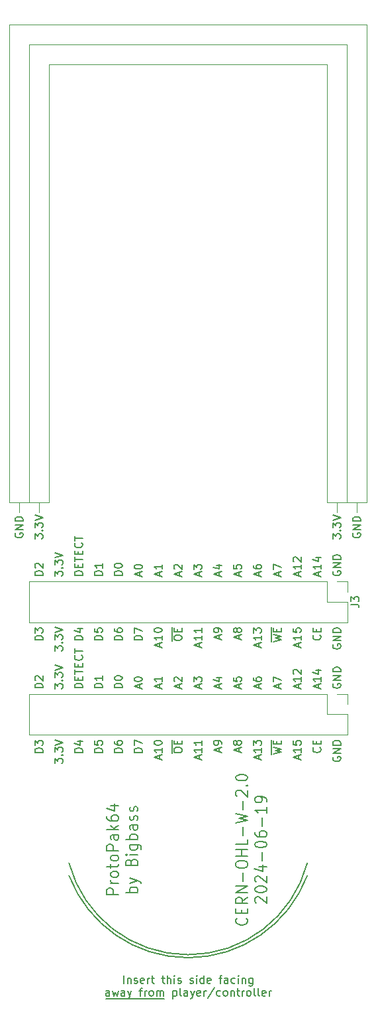
<source format=gto>
%TF.GenerationSoftware,KiCad,Pcbnew,8.0.3-8.0.3-0~ubuntu24.04.1*%
%TF.CreationDate,2024-06-19T14:37:03-05:00*%
%TF.ProjectId,protopak64,70726f74-6f70-4616-9b36-342e6b696361,rev?*%
%TF.SameCoordinates,Original*%
%TF.FileFunction,Legend,Top*%
%TF.FilePolarity,Positive*%
%FSLAX46Y46*%
G04 Gerber Fmt 4.6, Leading zero omitted, Abs format (unit mm)*
G04 Created by KiCad (PCBNEW 8.0.3-8.0.3-0~ubuntu24.04.1) date 2024-06-19 14:37:03*
%MOMM*%
%LPD*%
G01*
G04 APERTURE LIST*
%ADD10C,0.200000*%
%ADD11C,0.150000*%
%ADD12C,0.120000*%
%ADD13C,0.000000*%
%ADD14R,1.700000X1.700000*%
%ADD15O,1.700000X1.700000*%
%ADD16R,1.000000X5.400000*%
%ADD17R,2.000000X2.000000*%
%ADD18C,2.000000*%
G04 APERTURE END LIST*
D10*
X159004000Y-125603000D02*
G75*
G02*
X128522942Y-125603000I-15240529J5850292D01*
G01*
X159004000Y-124002056D02*
G75*
G02*
X128522942Y-124002056I-15240529J4083688D01*
G01*
D11*
X140716000Y-141351000D02*
X133223000Y-141351000D01*
X147743104Y-95443731D02*
X147743104Y-94967541D01*
X148028819Y-95538969D02*
X147028819Y-95205636D01*
X147028819Y-95205636D02*
X148028819Y-94872303D01*
X148028819Y-94491350D02*
X148028819Y-94300874D01*
X148028819Y-94300874D02*
X147981200Y-94205636D01*
X147981200Y-94205636D02*
X147933580Y-94158017D01*
X147933580Y-94158017D02*
X147790723Y-94062779D01*
X147790723Y-94062779D02*
X147600247Y-94015160D01*
X147600247Y-94015160D02*
X147219295Y-94015160D01*
X147219295Y-94015160D02*
X147124057Y-94062779D01*
X147124057Y-94062779D02*
X147076438Y-94110398D01*
X147076438Y-94110398D02*
X147028819Y-94205636D01*
X147028819Y-94205636D02*
X147028819Y-94396112D01*
X147028819Y-94396112D02*
X147076438Y-94491350D01*
X147076438Y-94491350D02*
X147124057Y-94538969D01*
X147124057Y-94538969D02*
X147219295Y-94586588D01*
X147219295Y-94586588D02*
X147457390Y-94586588D01*
X147457390Y-94586588D02*
X147552628Y-94538969D01*
X147552628Y-94538969D02*
X147600247Y-94491350D01*
X147600247Y-94491350D02*
X147647866Y-94396112D01*
X147647866Y-94396112D02*
X147647866Y-94205636D01*
X147647866Y-94205636D02*
X147600247Y-94110398D01*
X147600247Y-94110398D02*
X147552628Y-94062779D01*
X147552628Y-94062779D02*
X147457390Y-94015160D01*
X160633580Y-94919922D02*
X160681200Y-94967541D01*
X160681200Y-94967541D02*
X160728819Y-95110398D01*
X160728819Y-95110398D02*
X160728819Y-95205636D01*
X160728819Y-95205636D02*
X160681200Y-95348493D01*
X160681200Y-95348493D02*
X160585961Y-95443731D01*
X160585961Y-95443731D02*
X160490723Y-95491350D01*
X160490723Y-95491350D02*
X160300247Y-95538969D01*
X160300247Y-95538969D02*
X160157390Y-95538969D01*
X160157390Y-95538969D02*
X159966914Y-95491350D01*
X159966914Y-95491350D02*
X159871676Y-95443731D01*
X159871676Y-95443731D02*
X159776438Y-95348493D01*
X159776438Y-95348493D02*
X159728819Y-95205636D01*
X159728819Y-95205636D02*
X159728819Y-95110398D01*
X159728819Y-95110398D02*
X159776438Y-94967541D01*
X159776438Y-94967541D02*
X159824057Y-94919922D01*
X160205009Y-94491350D02*
X160205009Y-94158017D01*
X160728819Y-94015160D02*
X160728819Y-94491350D01*
X160728819Y-94491350D02*
X159728819Y-94491350D01*
X159728819Y-94491350D02*
X159728819Y-94015160D01*
X152823104Y-87340839D02*
X152823104Y-86864649D01*
X153108819Y-87436077D02*
X152108819Y-87102744D01*
X152108819Y-87102744D02*
X153108819Y-86769411D01*
X152108819Y-86007506D02*
X152108819Y-86197982D01*
X152108819Y-86197982D02*
X152156438Y-86293220D01*
X152156438Y-86293220D02*
X152204057Y-86340839D01*
X152204057Y-86340839D02*
X152346914Y-86436077D01*
X152346914Y-86436077D02*
X152537390Y-86483696D01*
X152537390Y-86483696D02*
X152918342Y-86483696D01*
X152918342Y-86483696D02*
X153013580Y-86436077D01*
X153013580Y-86436077D02*
X153061200Y-86388458D01*
X153061200Y-86388458D02*
X153108819Y-86293220D01*
X153108819Y-86293220D02*
X153108819Y-86102744D01*
X153108819Y-86102744D02*
X153061200Y-86007506D01*
X153061200Y-86007506D02*
X153013580Y-85959887D01*
X153013580Y-85959887D02*
X152918342Y-85912268D01*
X152918342Y-85912268D02*
X152680247Y-85912268D01*
X152680247Y-85912268D02*
X152585009Y-85959887D01*
X152585009Y-85959887D02*
X152537390Y-86007506D01*
X152537390Y-86007506D02*
X152489771Y-86102744D01*
X152489771Y-86102744D02*
X152489771Y-86293220D01*
X152489771Y-86293220D02*
X152537390Y-86388458D01*
X152537390Y-86388458D02*
X152585009Y-86436077D01*
X152585009Y-86436077D02*
X152680247Y-86483696D01*
X125168819Y-95538969D02*
X124168819Y-95538969D01*
X124168819Y-95538969D02*
X124168819Y-95300874D01*
X124168819Y-95300874D02*
X124216438Y-95158017D01*
X124216438Y-95158017D02*
X124311676Y-95062779D01*
X124311676Y-95062779D02*
X124406914Y-95015160D01*
X124406914Y-95015160D02*
X124597390Y-94967541D01*
X124597390Y-94967541D02*
X124740247Y-94967541D01*
X124740247Y-94967541D02*
X124930723Y-95015160D01*
X124930723Y-95015160D02*
X125025961Y-95062779D01*
X125025961Y-95062779D02*
X125121200Y-95158017D01*
X125121200Y-95158017D02*
X125168819Y-95300874D01*
X125168819Y-95300874D02*
X125168819Y-95538969D01*
X124168819Y-94634207D02*
X124168819Y-94015160D01*
X124168819Y-94015160D02*
X124549771Y-94348493D01*
X124549771Y-94348493D02*
X124549771Y-94205636D01*
X124549771Y-94205636D02*
X124597390Y-94110398D01*
X124597390Y-94110398D02*
X124645009Y-94062779D01*
X124645009Y-94062779D02*
X124740247Y-94015160D01*
X124740247Y-94015160D02*
X124978342Y-94015160D01*
X124978342Y-94015160D02*
X125073580Y-94062779D01*
X125073580Y-94062779D02*
X125121200Y-94110398D01*
X125121200Y-94110398D02*
X125168819Y-94205636D01*
X125168819Y-94205636D02*
X125168819Y-94491350D01*
X125168819Y-94491350D02*
X125121200Y-94586588D01*
X125121200Y-94586588D02*
X125073580Y-94634207D01*
X140123104Y-101691839D02*
X140123104Y-101215649D01*
X140408819Y-101787077D02*
X139408819Y-101453744D01*
X139408819Y-101453744D02*
X140408819Y-101120411D01*
X140408819Y-100263268D02*
X140408819Y-100834696D01*
X140408819Y-100548982D02*
X139408819Y-100548982D01*
X139408819Y-100548982D02*
X139551676Y-100644220D01*
X139551676Y-100644220D02*
X139646914Y-100739458D01*
X139646914Y-100739458D02*
X139694533Y-100834696D01*
X137583104Y-101691839D02*
X137583104Y-101215649D01*
X137868819Y-101787077D02*
X136868819Y-101453744D01*
X136868819Y-101453744D02*
X137868819Y-101120411D01*
X136868819Y-100596601D02*
X136868819Y-100501363D01*
X136868819Y-100501363D02*
X136916438Y-100406125D01*
X136916438Y-100406125D02*
X136964057Y-100358506D01*
X136964057Y-100358506D02*
X137059295Y-100310887D01*
X137059295Y-100310887D02*
X137249771Y-100263268D01*
X137249771Y-100263268D02*
X137487866Y-100263268D01*
X137487866Y-100263268D02*
X137678342Y-100310887D01*
X137678342Y-100310887D02*
X137773580Y-100358506D01*
X137773580Y-100358506D02*
X137821200Y-100406125D01*
X137821200Y-100406125D02*
X137868819Y-100501363D01*
X137868819Y-100501363D02*
X137868819Y-100596601D01*
X137868819Y-100596601D02*
X137821200Y-100691839D01*
X137821200Y-100691839D02*
X137773580Y-100739458D01*
X137773580Y-100739458D02*
X137678342Y-100787077D01*
X137678342Y-100787077D02*
X137487866Y-100834696D01*
X137487866Y-100834696D02*
X137249771Y-100834696D01*
X137249771Y-100834696D02*
X137059295Y-100787077D01*
X137059295Y-100787077D02*
X136964057Y-100739458D01*
X136964057Y-100739458D02*
X136916438Y-100691839D01*
X136916438Y-100691839D02*
X136868819Y-100596601D01*
X150283104Y-95443731D02*
X150283104Y-94967541D01*
X150568819Y-95538969D02*
X149568819Y-95205636D01*
X149568819Y-95205636D02*
X150568819Y-94872303D01*
X149997390Y-94396112D02*
X149949771Y-94491350D01*
X149949771Y-94491350D02*
X149902152Y-94538969D01*
X149902152Y-94538969D02*
X149806914Y-94586588D01*
X149806914Y-94586588D02*
X149759295Y-94586588D01*
X149759295Y-94586588D02*
X149664057Y-94538969D01*
X149664057Y-94538969D02*
X149616438Y-94491350D01*
X149616438Y-94491350D02*
X149568819Y-94396112D01*
X149568819Y-94396112D02*
X149568819Y-94205636D01*
X149568819Y-94205636D02*
X149616438Y-94110398D01*
X149616438Y-94110398D02*
X149664057Y-94062779D01*
X149664057Y-94062779D02*
X149759295Y-94015160D01*
X149759295Y-94015160D02*
X149806914Y-94015160D01*
X149806914Y-94015160D02*
X149902152Y-94062779D01*
X149902152Y-94062779D02*
X149949771Y-94110398D01*
X149949771Y-94110398D02*
X149997390Y-94205636D01*
X149997390Y-94205636D02*
X149997390Y-94396112D01*
X149997390Y-94396112D02*
X150045009Y-94491350D01*
X150045009Y-94491350D02*
X150092628Y-94538969D01*
X150092628Y-94538969D02*
X150187866Y-94586588D01*
X150187866Y-94586588D02*
X150378342Y-94586588D01*
X150378342Y-94586588D02*
X150473580Y-94538969D01*
X150473580Y-94538969D02*
X150521200Y-94491350D01*
X150521200Y-94491350D02*
X150568819Y-94396112D01*
X150568819Y-94396112D02*
X150568819Y-94205636D01*
X150568819Y-94205636D02*
X150521200Y-94110398D01*
X150521200Y-94110398D02*
X150473580Y-94062779D01*
X150473580Y-94062779D02*
X150378342Y-94015160D01*
X150378342Y-94015160D02*
X150187866Y-94015160D01*
X150187866Y-94015160D02*
X150092628Y-94062779D01*
X150092628Y-94062779D02*
X150045009Y-94110398D01*
X150045009Y-94110398D02*
X149997390Y-94205636D01*
X162316438Y-101120411D02*
X162268819Y-101215649D01*
X162268819Y-101215649D02*
X162268819Y-101358506D01*
X162268819Y-101358506D02*
X162316438Y-101501363D01*
X162316438Y-101501363D02*
X162411676Y-101596601D01*
X162411676Y-101596601D02*
X162506914Y-101644220D01*
X162506914Y-101644220D02*
X162697390Y-101691839D01*
X162697390Y-101691839D02*
X162840247Y-101691839D01*
X162840247Y-101691839D02*
X163030723Y-101644220D01*
X163030723Y-101644220D02*
X163125961Y-101596601D01*
X163125961Y-101596601D02*
X163221200Y-101501363D01*
X163221200Y-101501363D02*
X163268819Y-101358506D01*
X163268819Y-101358506D02*
X163268819Y-101263268D01*
X163268819Y-101263268D02*
X163221200Y-101120411D01*
X163221200Y-101120411D02*
X163173580Y-101072792D01*
X163173580Y-101072792D02*
X162840247Y-101072792D01*
X162840247Y-101072792D02*
X162840247Y-101263268D01*
X163268819Y-100644220D02*
X162268819Y-100644220D01*
X162268819Y-100644220D02*
X163268819Y-100072792D01*
X163268819Y-100072792D02*
X162268819Y-100072792D01*
X163268819Y-99596601D02*
X162268819Y-99596601D01*
X162268819Y-99596601D02*
X162268819Y-99358506D01*
X162268819Y-99358506D02*
X162316438Y-99215649D01*
X162316438Y-99215649D02*
X162411676Y-99120411D01*
X162411676Y-99120411D02*
X162506914Y-99072792D01*
X162506914Y-99072792D02*
X162697390Y-99025173D01*
X162697390Y-99025173D02*
X162840247Y-99025173D01*
X162840247Y-99025173D02*
X163030723Y-99072792D01*
X163030723Y-99072792D02*
X163125961Y-99120411D01*
X163125961Y-99120411D02*
X163221200Y-99215649D01*
X163221200Y-99215649D02*
X163268819Y-99358506D01*
X163268819Y-99358506D02*
X163268819Y-99596601D01*
X145203104Y-87340839D02*
X145203104Y-86864649D01*
X145488819Y-87436077D02*
X144488819Y-87102744D01*
X144488819Y-87102744D02*
X145488819Y-86769411D01*
X144488819Y-86531315D02*
X144488819Y-85912268D01*
X144488819Y-85912268D02*
X144869771Y-86245601D01*
X144869771Y-86245601D02*
X144869771Y-86102744D01*
X144869771Y-86102744D02*
X144917390Y-86007506D01*
X144917390Y-86007506D02*
X144965009Y-85959887D01*
X144965009Y-85959887D02*
X145060247Y-85912268D01*
X145060247Y-85912268D02*
X145298342Y-85912268D01*
X145298342Y-85912268D02*
X145393580Y-85959887D01*
X145393580Y-85959887D02*
X145441200Y-86007506D01*
X145441200Y-86007506D02*
X145488819Y-86102744D01*
X145488819Y-86102744D02*
X145488819Y-86388458D01*
X145488819Y-86388458D02*
X145441200Y-86483696D01*
X145441200Y-86483696D02*
X145393580Y-86531315D01*
X135328819Y-87293220D02*
X134328819Y-87293220D01*
X134328819Y-87293220D02*
X134328819Y-87055125D01*
X134328819Y-87055125D02*
X134376438Y-86912268D01*
X134376438Y-86912268D02*
X134471676Y-86817030D01*
X134471676Y-86817030D02*
X134566914Y-86769411D01*
X134566914Y-86769411D02*
X134757390Y-86721792D01*
X134757390Y-86721792D02*
X134900247Y-86721792D01*
X134900247Y-86721792D02*
X135090723Y-86769411D01*
X135090723Y-86769411D02*
X135185961Y-86817030D01*
X135185961Y-86817030D02*
X135281200Y-86912268D01*
X135281200Y-86912268D02*
X135328819Y-87055125D01*
X135328819Y-87055125D02*
X135328819Y-87293220D01*
X134328819Y-86102744D02*
X134328819Y-86007506D01*
X134328819Y-86007506D02*
X134376438Y-85912268D01*
X134376438Y-85912268D02*
X134424057Y-85864649D01*
X134424057Y-85864649D02*
X134519295Y-85817030D01*
X134519295Y-85817030D02*
X134709771Y-85769411D01*
X134709771Y-85769411D02*
X134947866Y-85769411D01*
X134947866Y-85769411D02*
X135138342Y-85817030D01*
X135138342Y-85817030D02*
X135233580Y-85864649D01*
X135233580Y-85864649D02*
X135281200Y-85912268D01*
X135281200Y-85912268D02*
X135328819Y-86007506D01*
X135328819Y-86007506D02*
X135328819Y-86102744D01*
X135328819Y-86102744D02*
X135281200Y-86197982D01*
X135281200Y-86197982D02*
X135233580Y-86245601D01*
X135233580Y-86245601D02*
X135138342Y-86293220D01*
X135138342Y-86293220D02*
X134947866Y-86340839D01*
X134947866Y-86340839D02*
X134709771Y-86340839D01*
X134709771Y-86340839D02*
X134519295Y-86293220D01*
X134519295Y-86293220D02*
X134424057Y-86245601D01*
X134424057Y-86245601D02*
X134376438Y-86197982D01*
X134376438Y-86197982D02*
X134328819Y-86102744D01*
X140123104Y-96396112D02*
X140123104Y-95919922D01*
X140408819Y-96491350D02*
X139408819Y-96158017D01*
X139408819Y-96158017D02*
X140408819Y-95824684D01*
X140408819Y-94967541D02*
X140408819Y-95538969D01*
X140408819Y-95253255D02*
X139408819Y-95253255D01*
X139408819Y-95253255D02*
X139551676Y-95348493D01*
X139551676Y-95348493D02*
X139646914Y-95443731D01*
X139646914Y-95443731D02*
X139694533Y-95538969D01*
X139408819Y-94348493D02*
X139408819Y-94253255D01*
X139408819Y-94253255D02*
X139456438Y-94158017D01*
X139456438Y-94158017D02*
X139504057Y-94110398D01*
X139504057Y-94110398D02*
X139599295Y-94062779D01*
X139599295Y-94062779D02*
X139789771Y-94015160D01*
X139789771Y-94015160D02*
X140027866Y-94015160D01*
X140027866Y-94015160D02*
X140218342Y-94062779D01*
X140218342Y-94062779D02*
X140313580Y-94110398D01*
X140313580Y-94110398D02*
X140361200Y-94158017D01*
X140361200Y-94158017D02*
X140408819Y-94253255D01*
X140408819Y-94253255D02*
X140408819Y-94348493D01*
X140408819Y-94348493D02*
X140361200Y-94443731D01*
X140361200Y-94443731D02*
X140313580Y-94491350D01*
X140313580Y-94491350D02*
X140218342Y-94538969D01*
X140218342Y-94538969D02*
X140027866Y-94586588D01*
X140027866Y-94586588D02*
X139789771Y-94586588D01*
X139789771Y-94586588D02*
X139599295Y-94538969D01*
X139599295Y-94538969D02*
X139504057Y-94491350D01*
X139504057Y-94491350D02*
X139456438Y-94443731D01*
X139456438Y-94443731D02*
X139408819Y-94348493D01*
X132788819Y-95538969D02*
X131788819Y-95538969D01*
X131788819Y-95538969D02*
X131788819Y-95300874D01*
X131788819Y-95300874D02*
X131836438Y-95158017D01*
X131836438Y-95158017D02*
X131931676Y-95062779D01*
X131931676Y-95062779D02*
X132026914Y-95015160D01*
X132026914Y-95015160D02*
X132217390Y-94967541D01*
X132217390Y-94967541D02*
X132360247Y-94967541D01*
X132360247Y-94967541D02*
X132550723Y-95015160D01*
X132550723Y-95015160D02*
X132645961Y-95062779D01*
X132645961Y-95062779D02*
X132741200Y-95158017D01*
X132741200Y-95158017D02*
X132788819Y-95300874D01*
X132788819Y-95300874D02*
X132788819Y-95538969D01*
X131788819Y-94062779D02*
X131788819Y-94538969D01*
X131788819Y-94538969D02*
X132265009Y-94586588D01*
X132265009Y-94586588D02*
X132217390Y-94538969D01*
X132217390Y-94538969D02*
X132169771Y-94443731D01*
X132169771Y-94443731D02*
X132169771Y-94205636D01*
X132169771Y-94205636D02*
X132217390Y-94110398D01*
X132217390Y-94110398D02*
X132265009Y-94062779D01*
X132265009Y-94062779D02*
X132360247Y-94015160D01*
X132360247Y-94015160D02*
X132598342Y-94015160D01*
X132598342Y-94015160D02*
X132693580Y-94062779D01*
X132693580Y-94062779D02*
X132741200Y-94110398D01*
X132741200Y-94110398D02*
X132788819Y-94205636D01*
X132788819Y-94205636D02*
X132788819Y-94443731D01*
X132788819Y-94443731D02*
X132741200Y-94538969D01*
X132741200Y-94538969D02*
X132693580Y-94586588D01*
X150283104Y-109794731D02*
X150283104Y-109318541D01*
X150568819Y-109889969D02*
X149568819Y-109556636D01*
X149568819Y-109556636D02*
X150568819Y-109223303D01*
X149997390Y-108747112D02*
X149949771Y-108842350D01*
X149949771Y-108842350D02*
X149902152Y-108889969D01*
X149902152Y-108889969D02*
X149806914Y-108937588D01*
X149806914Y-108937588D02*
X149759295Y-108937588D01*
X149759295Y-108937588D02*
X149664057Y-108889969D01*
X149664057Y-108889969D02*
X149616438Y-108842350D01*
X149616438Y-108842350D02*
X149568819Y-108747112D01*
X149568819Y-108747112D02*
X149568819Y-108556636D01*
X149568819Y-108556636D02*
X149616438Y-108461398D01*
X149616438Y-108461398D02*
X149664057Y-108413779D01*
X149664057Y-108413779D02*
X149759295Y-108366160D01*
X149759295Y-108366160D02*
X149806914Y-108366160D01*
X149806914Y-108366160D02*
X149902152Y-108413779D01*
X149902152Y-108413779D02*
X149949771Y-108461398D01*
X149949771Y-108461398D02*
X149997390Y-108556636D01*
X149997390Y-108556636D02*
X149997390Y-108747112D01*
X149997390Y-108747112D02*
X150045009Y-108842350D01*
X150045009Y-108842350D02*
X150092628Y-108889969D01*
X150092628Y-108889969D02*
X150187866Y-108937588D01*
X150187866Y-108937588D02*
X150378342Y-108937588D01*
X150378342Y-108937588D02*
X150473580Y-108889969D01*
X150473580Y-108889969D02*
X150521200Y-108842350D01*
X150521200Y-108842350D02*
X150568819Y-108747112D01*
X150568819Y-108747112D02*
X150568819Y-108556636D01*
X150568819Y-108556636D02*
X150521200Y-108461398D01*
X150521200Y-108461398D02*
X150473580Y-108413779D01*
X150473580Y-108413779D02*
X150378342Y-108366160D01*
X150378342Y-108366160D02*
X150187866Y-108366160D01*
X150187866Y-108366160D02*
X150092628Y-108413779D01*
X150092628Y-108413779D02*
X150045009Y-108461398D01*
X150045009Y-108461398D02*
X149997390Y-108556636D01*
X137868819Y-95538969D02*
X136868819Y-95538969D01*
X136868819Y-95538969D02*
X136868819Y-95300874D01*
X136868819Y-95300874D02*
X136916438Y-95158017D01*
X136916438Y-95158017D02*
X137011676Y-95062779D01*
X137011676Y-95062779D02*
X137106914Y-95015160D01*
X137106914Y-95015160D02*
X137297390Y-94967541D01*
X137297390Y-94967541D02*
X137440247Y-94967541D01*
X137440247Y-94967541D02*
X137630723Y-95015160D01*
X137630723Y-95015160D02*
X137725961Y-95062779D01*
X137725961Y-95062779D02*
X137821200Y-95158017D01*
X137821200Y-95158017D02*
X137868819Y-95300874D01*
X137868819Y-95300874D02*
X137868819Y-95538969D01*
X136868819Y-94634207D02*
X136868819Y-93967541D01*
X136868819Y-93967541D02*
X137868819Y-94396112D01*
X157903104Y-110747112D02*
X157903104Y-110270922D01*
X158188819Y-110842350D02*
X157188819Y-110509017D01*
X157188819Y-110509017D02*
X158188819Y-110175684D01*
X158188819Y-109318541D02*
X158188819Y-109889969D01*
X158188819Y-109604255D02*
X157188819Y-109604255D01*
X157188819Y-109604255D02*
X157331676Y-109699493D01*
X157331676Y-109699493D02*
X157426914Y-109794731D01*
X157426914Y-109794731D02*
X157474533Y-109889969D01*
X157188819Y-108413779D02*
X157188819Y-108889969D01*
X157188819Y-108889969D02*
X157665009Y-108937588D01*
X157665009Y-108937588D02*
X157617390Y-108889969D01*
X157617390Y-108889969D02*
X157569771Y-108794731D01*
X157569771Y-108794731D02*
X157569771Y-108556636D01*
X157569771Y-108556636D02*
X157617390Y-108461398D01*
X157617390Y-108461398D02*
X157665009Y-108413779D01*
X157665009Y-108413779D02*
X157760247Y-108366160D01*
X157760247Y-108366160D02*
X157998342Y-108366160D01*
X157998342Y-108366160D02*
X158093580Y-108413779D01*
X158093580Y-108413779D02*
X158141200Y-108461398D01*
X158141200Y-108461398D02*
X158188819Y-108556636D01*
X158188819Y-108556636D02*
X158188819Y-108794731D01*
X158188819Y-108794731D02*
X158141200Y-108889969D01*
X158141200Y-108889969D02*
X158093580Y-108937588D01*
X137583104Y-87340839D02*
X137583104Y-86864649D01*
X137868819Y-87436077D02*
X136868819Y-87102744D01*
X136868819Y-87102744D02*
X137868819Y-86769411D01*
X136868819Y-86245601D02*
X136868819Y-86150363D01*
X136868819Y-86150363D02*
X136916438Y-86055125D01*
X136916438Y-86055125D02*
X136964057Y-86007506D01*
X136964057Y-86007506D02*
X137059295Y-85959887D01*
X137059295Y-85959887D02*
X137249771Y-85912268D01*
X137249771Y-85912268D02*
X137487866Y-85912268D01*
X137487866Y-85912268D02*
X137678342Y-85959887D01*
X137678342Y-85959887D02*
X137773580Y-86007506D01*
X137773580Y-86007506D02*
X137821200Y-86055125D01*
X137821200Y-86055125D02*
X137868819Y-86150363D01*
X137868819Y-86150363D02*
X137868819Y-86245601D01*
X137868819Y-86245601D02*
X137821200Y-86340839D01*
X137821200Y-86340839D02*
X137773580Y-86388458D01*
X137773580Y-86388458D02*
X137678342Y-86436077D01*
X137678342Y-86436077D02*
X137487866Y-86483696D01*
X137487866Y-86483696D02*
X137249771Y-86483696D01*
X137249771Y-86483696D02*
X137059295Y-86436077D01*
X137059295Y-86436077D02*
X136964057Y-86388458D01*
X136964057Y-86388458D02*
X136916438Y-86340839D01*
X136916438Y-86340839D02*
X136868819Y-86245601D01*
X160443104Y-87340839D02*
X160443104Y-86864649D01*
X160728819Y-87436077D02*
X159728819Y-87102744D01*
X159728819Y-87102744D02*
X160728819Y-86769411D01*
X160728819Y-85912268D02*
X160728819Y-86483696D01*
X160728819Y-86197982D02*
X159728819Y-86197982D01*
X159728819Y-86197982D02*
X159871676Y-86293220D01*
X159871676Y-86293220D02*
X159966914Y-86388458D01*
X159966914Y-86388458D02*
X160014533Y-86483696D01*
X160062152Y-85055125D02*
X160728819Y-85055125D01*
X159681200Y-85293220D02*
X160395485Y-85531315D01*
X160395485Y-85531315D02*
X160395485Y-84912268D01*
X130248819Y-95538969D02*
X129248819Y-95538969D01*
X129248819Y-95538969D02*
X129248819Y-95300874D01*
X129248819Y-95300874D02*
X129296438Y-95158017D01*
X129296438Y-95158017D02*
X129391676Y-95062779D01*
X129391676Y-95062779D02*
X129486914Y-95015160D01*
X129486914Y-95015160D02*
X129677390Y-94967541D01*
X129677390Y-94967541D02*
X129820247Y-94967541D01*
X129820247Y-94967541D02*
X130010723Y-95015160D01*
X130010723Y-95015160D02*
X130105961Y-95062779D01*
X130105961Y-95062779D02*
X130201200Y-95158017D01*
X130201200Y-95158017D02*
X130248819Y-95300874D01*
X130248819Y-95300874D02*
X130248819Y-95538969D01*
X129582152Y-94110398D02*
X130248819Y-94110398D01*
X129201200Y-94348493D02*
X129915485Y-94586588D01*
X129915485Y-94586588D02*
X129915485Y-93967541D01*
X125168819Y-109889969D02*
X124168819Y-109889969D01*
X124168819Y-109889969D02*
X124168819Y-109651874D01*
X124168819Y-109651874D02*
X124216438Y-109509017D01*
X124216438Y-109509017D02*
X124311676Y-109413779D01*
X124311676Y-109413779D02*
X124406914Y-109366160D01*
X124406914Y-109366160D02*
X124597390Y-109318541D01*
X124597390Y-109318541D02*
X124740247Y-109318541D01*
X124740247Y-109318541D02*
X124930723Y-109366160D01*
X124930723Y-109366160D02*
X125025961Y-109413779D01*
X125025961Y-109413779D02*
X125121200Y-109509017D01*
X125121200Y-109509017D02*
X125168819Y-109651874D01*
X125168819Y-109651874D02*
X125168819Y-109889969D01*
X124168819Y-108985207D02*
X124168819Y-108366160D01*
X124168819Y-108366160D02*
X124549771Y-108699493D01*
X124549771Y-108699493D02*
X124549771Y-108556636D01*
X124549771Y-108556636D02*
X124597390Y-108461398D01*
X124597390Y-108461398D02*
X124645009Y-108413779D01*
X124645009Y-108413779D02*
X124740247Y-108366160D01*
X124740247Y-108366160D02*
X124978342Y-108366160D01*
X124978342Y-108366160D02*
X125073580Y-108413779D01*
X125073580Y-108413779D02*
X125121200Y-108461398D01*
X125121200Y-108461398D02*
X125168819Y-108556636D01*
X125168819Y-108556636D02*
X125168819Y-108842350D01*
X125168819Y-108842350D02*
X125121200Y-108937588D01*
X125121200Y-108937588D02*
X125073580Y-108985207D01*
X147743104Y-101691839D02*
X147743104Y-101215649D01*
X148028819Y-101787077D02*
X147028819Y-101453744D01*
X147028819Y-101453744D02*
X148028819Y-101120411D01*
X147362152Y-100358506D02*
X148028819Y-100358506D01*
X146981200Y-100596601D02*
X147695485Y-100834696D01*
X147695485Y-100834696D02*
X147695485Y-100215649D01*
X160443104Y-101691839D02*
X160443104Y-101215649D01*
X160728819Y-101787077D02*
X159728819Y-101453744D01*
X159728819Y-101453744D02*
X160728819Y-101120411D01*
X160728819Y-100263268D02*
X160728819Y-100834696D01*
X160728819Y-100548982D02*
X159728819Y-100548982D01*
X159728819Y-100548982D02*
X159871676Y-100644220D01*
X159871676Y-100644220D02*
X159966914Y-100739458D01*
X159966914Y-100739458D02*
X160014533Y-100834696D01*
X160062152Y-99406125D02*
X160728819Y-99406125D01*
X159681200Y-99644220D02*
X160395485Y-99882315D01*
X160395485Y-99882315D02*
X160395485Y-99263268D01*
D10*
X134858070Y-128000999D02*
X133358070Y-128000999D01*
X133358070Y-128000999D02*
X133358070Y-127467666D01*
X133358070Y-127467666D02*
X133429499Y-127334333D01*
X133429499Y-127334333D02*
X133500927Y-127267666D01*
X133500927Y-127267666D02*
X133643784Y-127200999D01*
X133643784Y-127200999D02*
X133858070Y-127200999D01*
X133858070Y-127200999D02*
X134000927Y-127267666D01*
X134000927Y-127267666D02*
X134072356Y-127334333D01*
X134072356Y-127334333D02*
X134143784Y-127467666D01*
X134143784Y-127467666D02*
X134143784Y-128000999D01*
X134858070Y-126600999D02*
X133858070Y-126600999D01*
X134143784Y-126600999D02*
X134000927Y-126534333D01*
X134000927Y-126534333D02*
X133929499Y-126467666D01*
X133929499Y-126467666D02*
X133858070Y-126334333D01*
X133858070Y-126334333D02*
X133858070Y-126200999D01*
X134858070Y-125534332D02*
X134786642Y-125667666D01*
X134786642Y-125667666D02*
X134715213Y-125734332D01*
X134715213Y-125734332D02*
X134572356Y-125800999D01*
X134572356Y-125800999D02*
X134143784Y-125800999D01*
X134143784Y-125800999D02*
X134000927Y-125734332D01*
X134000927Y-125734332D02*
X133929499Y-125667666D01*
X133929499Y-125667666D02*
X133858070Y-125534332D01*
X133858070Y-125534332D02*
X133858070Y-125334332D01*
X133858070Y-125334332D02*
X133929499Y-125200999D01*
X133929499Y-125200999D02*
X134000927Y-125134332D01*
X134000927Y-125134332D02*
X134143784Y-125067666D01*
X134143784Y-125067666D02*
X134572356Y-125067666D01*
X134572356Y-125067666D02*
X134715213Y-125134332D01*
X134715213Y-125134332D02*
X134786642Y-125200999D01*
X134786642Y-125200999D02*
X134858070Y-125334332D01*
X134858070Y-125334332D02*
X134858070Y-125534332D01*
X133858070Y-124667665D02*
X133858070Y-124134332D01*
X133358070Y-124467665D02*
X134643784Y-124467665D01*
X134643784Y-124467665D02*
X134786642Y-124400999D01*
X134786642Y-124400999D02*
X134858070Y-124267665D01*
X134858070Y-124267665D02*
X134858070Y-124134332D01*
X134858070Y-123467665D02*
X134786642Y-123600999D01*
X134786642Y-123600999D02*
X134715213Y-123667665D01*
X134715213Y-123667665D02*
X134572356Y-123734332D01*
X134572356Y-123734332D02*
X134143784Y-123734332D01*
X134143784Y-123734332D02*
X134000927Y-123667665D01*
X134000927Y-123667665D02*
X133929499Y-123600999D01*
X133929499Y-123600999D02*
X133858070Y-123467665D01*
X133858070Y-123467665D02*
X133858070Y-123267665D01*
X133858070Y-123267665D02*
X133929499Y-123134332D01*
X133929499Y-123134332D02*
X134000927Y-123067665D01*
X134000927Y-123067665D02*
X134143784Y-123000999D01*
X134143784Y-123000999D02*
X134572356Y-123000999D01*
X134572356Y-123000999D02*
X134715213Y-123067665D01*
X134715213Y-123067665D02*
X134786642Y-123134332D01*
X134786642Y-123134332D02*
X134858070Y-123267665D01*
X134858070Y-123267665D02*
X134858070Y-123467665D01*
X134858070Y-122400998D02*
X133358070Y-122400998D01*
X133358070Y-122400998D02*
X133358070Y-121867665D01*
X133358070Y-121867665D02*
X133429499Y-121734332D01*
X133429499Y-121734332D02*
X133500927Y-121667665D01*
X133500927Y-121667665D02*
X133643784Y-121600998D01*
X133643784Y-121600998D02*
X133858070Y-121600998D01*
X133858070Y-121600998D02*
X134000927Y-121667665D01*
X134000927Y-121667665D02*
X134072356Y-121734332D01*
X134072356Y-121734332D02*
X134143784Y-121867665D01*
X134143784Y-121867665D02*
X134143784Y-122400998D01*
X134858070Y-120400998D02*
X134072356Y-120400998D01*
X134072356Y-120400998D02*
X133929499Y-120467665D01*
X133929499Y-120467665D02*
X133858070Y-120600998D01*
X133858070Y-120600998D02*
X133858070Y-120867665D01*
X133858070Y-120867665D02*
X133929499Y-121000998D01*
X134786642Y-120400998D02*
X134858070Y-120534332D01*
X134858070Y-120534332D02*
X134858070Y-120867665D01*
X134858070Y-120867665D02*
X134786642Y-121000998D01*
X134786642Y-121000998D02*
X134643784Y-121067665D01*
X134643784Y-121067665D02*
X134500927Y-121067665D01*
X134500927Y-121067665D02*
X134358070Y-121000998D01*
X134358070Y-121000998D02*
X134286642Y-120867665D01*
X134286642Y-120867665D02*
X134286642Y-120534332D01*
X134286642Y-120534332D02*
X134215213Y-120400998D01*
X134858070Y-119734331D02*
X133358070Y-119734331D01*
X134286642Y-119600998D02*
X134858070Y-119200998D01*
X133858070Y-119200998D02*
X134429499Y-119734331D01*
X133358070Y-118000998D02*
X133358070Y-118267665D01*
X133358070Y-118267665D02*
X133429499Y-118400998D01*
X133429499Y-118400998D02*
X133500927Y-118467665D01*
X133500927Y-118467665D02*
X133715213Y-118600998D01*
X133715213Y-118600998D02*
X134000927Y-118667665D01*
X134000927Y-118667665D02*
X134572356Y-118667665D01*
X134572356Y-118667665D02*
X134715213Y-118600998D01*
X134715213Y-118600998D02*
X134786642Y-118534332D01*
X134786642Y-118534332D02*
X134858070Y-118400998D01*
X134858070Y-118400998D02*
X134858070Y-118134332D01*
X134858070Y-118134332D02*
X134786642Y-118000998D01*
X134786642Y-118000998D02*
X134715213Y-117934332D01*
X134715213Y-117934332D02*
X134572356Y-117867665D01*
X134572356Y-117867665D02*
X134215213Y-117867665D01*
X134215213Y-117867665D02*
X134072356Y-117934332D01*
X134072356Y-117934332D02*
X134000927Y-118000998D01*
X134000927Y-118000998D02*
X133929499Y-118134332D01*
X133929499Y-118134332D02*
X133929499Y-118400998D01*
X133929499Y-118400998D02*
X134000927Y-118534332D01*
X134000927Y-118534332D02*
X134072356Y-118600998D01*
X134072356Y-118600998D02*
X134215213Y-118667665D01*
X133858070Y-116667665D02*
X134858070Y-116667665D01*
X133286642Y-117000999D02*
X134358070Y-117334332D01*
X134358070Y-117334332D02*
X134358070Y-116467665D01*
X137272986Y-127734333D02*
X135772986Y-127734333D01*
X136344415Y-127734333D02*
X136272986Y-127601000D01*
X136272986Y-127601000D02*
X136272986Y-127334333D01*
X136272986Y-127334333D02*
X136344415Y-127201000D01*
X136344415Y-127201000D02*
X136415843Y-127134333D01*
X136415843Y-127134333D02*
X136558700Y-127067667D01*
X136558700Y-127067667D02*
X136987272Y-127067667D01*
X136987272Y-127067667D02*
X137130129Y-127134333D01*
X137130129Y-127134333D02*
X137201558Y-127201000D01*
X137201558Y-127201000D02*
X137272986Y-127334333D01*
X137272986Y-127334333D02*
X137272986Y-127601000D01*
X137272986Y-127601000D02*
X137201558Y-127734333D01*
X136272986Y-126601000D02*
X137272986Y-126267666D01*
X136272986Y-125934333D02*
X137272986Y-126267666D01*
X137272986Y-126267666D02*
X137630129Y-126401000D01*
X137630129Y-126401000D02*
X137701558Y-126467666D01*
X137701558Y-126467666D02*
X137772986Y-126601000D01*
X136487272Y-123867666D02*
X136558700Y-123667666D01*
X136558700Y-123667666D02*
X136630129Y-123600999D01*
X136630129Y-123600999D02*
X136772986Y-123534332D01*
X136772986Y-123534332D02*
X136987272Y-123534332D01*
X136987272Y-123534332D02*
X137130129Y-123600999D01*
X137130129Y-123600999D02*
X137201558Y-123667666D01*
X137201558Y-123667666D02*
X137272986Y-123800999D01*
X137272986Y-123800999D02*
X137272986Y-124334332D01*
X137272986Y-124334332D02*
X135772986Y-124334332D01*
X135772986Y-124334332D02*
X135772986Y-123867666D01*
X135772986Y-123867666D02*
X135844415Y-123734332D01*
X135844415Y-123734332D02*
X135915843Y-123667666D01*
X135915843Y-123667666D02*
X136058700Y-123600999D01*
X136058700Y-123600999D02*
X136201558Y-123600999D01*
X136201558Y-123600999D02*
X136344415Y-123667666D01*
X136344415Y-123667666D02*
X136415843Y-123734332D01*
X136415843Y-123734332D02*
X136487272Y-123867666D01*
X136487272Y-123867666D02*
X136487272Y-124334332D01*
X137272986Y-122934332D02*
X136272986Y-122934332D01*
X135772986Y-122934332D02*
X135844415Y-123000999D01*
X135844415Y-123000999D02*
X135915843Y-122934332D01*
X135915843Y-122934332D02*
X135844415Y-122867666D01*
X135844415Y-122867666D02*
X135772986Y-122934332D01*
X135772986Y-122934332D02*
X135915843Y-122934332D01*
X136272986Y-121667665D02*
X137487272Y-121667665D01*
X137487272Y-121667665D02*
X137630129Y-121734332D01*
X137630129Y-121734332D02*
X137701558Y-121800999D01*
X137701558Y-121800999D02*
X137772986Y-121934332D01*
X137772986Y-121934332D02*
X137772986Y-122134332D01*
X137772986Y-122134332D02*
X137701558Y-122267665D01*
X137201558Y-121667665D02*
X137272986Y-121800999D01*
X137272986Y-121800999D02*
X137272986Y-122067665D01*
X137272986Y-122067665D02*
X137201558Y-122200999D01*
X137201558Y-122200999D02*
X137130129Y-122267665D01*
X137130129Y-122267665D02*
X136987272Y-122334332D01*
X136987272Y-122334332D02*
X136558700Y-122334332D01*
X136558700Y-122334332D02*
X136415843Y-122267665D01*
X136415843Y-122267665D02*
X136344415Y-122200999D01*
X136344415Y-122200999D02*
X136272986Y-122067665D01*
X136272986Y-122067665D02*
X136272986Y-121800999D01*
X136272986Y-121800999D02*
X136344415Y-121667665D01*
X137272986Y-121000998D02*
X135772986Y-121000998D01*
X136344415Y-121000998D02*
X136272986Y-120867665D01*
X136272986Y-120867665D02*
X136272986Y-120600998D01*
X136272986Y-120600998D02*
X136344415Y-120467665D01*
X136344415Y-120467665D02*
X136415843Y-120400998D01*
X136415843Y-120400998D02*
X136558700Y-120334332D01*
X136558700Y-120334332D02*
X136987272Y-120334332D01*
X136987272Y-120334332D02*
X137130129Y-120400998D01*
X137130129Y-120400998D02*
X137201558Y-120467665D01*
X137201558Y-120467665D02*
X137272986Y-120600998D01*
X137272986Y-120600998D02*
X137272986Y-120867665D01*
X137272986Y-120867665D02*
X137201558Y-121000998D01*
X137272986Y-119134331D02*
X136487272Y-119134331D01*
X136487272Y-119134331D02*
X136344415Y-119200998D01*
X136344415Y-119200998D02*
X136272986Y-119334331D01*
X136272986Y-119334331D02*
X136272986Y-119600998D01*
X136272986Y-119600998D02*
X136344415Y-119734331D01*
X137201558Y-119134331D02*
X137272986Y-119267665D01*
X137272986Y-119267665D02*
X137272986Y-119600998D01*
X137272986Y-119600998D02*
X137201558Y-119734331D01*
X137201558Y-119734331D02*
X137058700Y-119800998D01*
X137058700Y-119800998D02*
X136915843Y-119800998D01*
X136915843Y-119800998D02*
X136772986Y-119734331D01*
X136772986Y-119734331D02*
X136701558Y-119600998D01*
X136701558Y-119600998D02*
X136701558Y-119267665D01*
X136701558Y-119267665D02*
X136630129Y-119134331D01*
X137201558Y-118534331D02*
X137272986Y-118400998D01*
X137272986Y-118400998D02*
X137272986Y-118134331D01*
X137272986Y-118134331D02*
X137201558Y-118000998D01*
X137201558Y-118000998D02*
X137058700Y-117934331D01*
X137058700Y-117934331D02*
X136987272Y-117934331D01*
X136987272Y-117934331D02*
X136844415Y-118000998D01*
X136844415Y-118000998D02*
X136772986Y-118134331D01*
X136772986Y-118134331D02*
X136772986Y-118334331D01*
X136772986Y-118334331D02*
X136701558Y-118467664D01*
X136701558Y-118467664D02*
X136558700Y-118534331D01*
X136558700Y-118534331D02*
X136487272Y-118534331D01*
X136487272Y-118534331D02*
X136344415Y-118467664D01*
X136344415Y-118467664D02*
X136272986Y-118334331D01*
X136272986Y-118334331D02*
X136272986Y-118134331D01*
X136272986Y-118134331D02*
X136344415Y-118000998D01*
X137201558Y-117400998D02*
X137272986Y-117267665D01*
X137272986Y-117267665D02*
X137272986Y-117000998D01*
X137272986Y-117000998D02*
X137201558Y-116867665D01*
X137201558Y-116867665D02*
X137058700Y-116800998D01*
X137058700Y-116800998D02*
X136987272Y-116800998D01*
X136987272Y-116800998D02*
X136844415Y-116867665D01*
X136844415Y-116867665D02*
X136772986Y-117000998D01*
X136772986Y-117000998D02*
X136772986Y-117200998D01*
X136772986Y-117200998D02*
X136701558Y-117334331D01*
X136701558Y-117334331D02*
X136558700Y-117400998D01*
X136558700Y-117400998D02*
X136487272Y-117400998D01*
X136487272Y-117400998D02*
X136344415Y-117334331D01*
X136344415Y-117334331D02*
X136272986Y-117200998D01*
X136272986Y-117200998D02*
X136272986Y-117000998D01*
X136272986Y-117000998D02*
X136344415Y-116867665D01*
D11*
X130248819Y-101644220D02*
X129248819Y-101644220D01*
X129248819Y-101644220D02*
X129248819Y-101406125D01*
X129248819Y-101406125D02*
X129296438Y-101263268D01*
X129296438Y-101263268D02*
X129391676Y-101168030D01*
X129391676Y-101168030D02*
X129486914Y-101120411D01*
X129486914Y-101120411D02*
X129677390Y-101072792D01*
X129677390Y-101072792D02*
X129820247Y-101072792D01*
X129820247Y-101072792D02*
X130010723Y-101120411D01*
X130010723Y-101120411D02*
X130105961Y-101168030D01*
X130105961Y-101168030D02*
X130201200Y-101263268D01*
X130201200Y-101263268D02*
X130248819Y-101406125D01*
X130248819Y-101406125D02*
X130248819Y-101644220D01*
X129725009Y-100644220D02*
X129725009Y-100310887D01*
X130248819Y-100168030D02*
X130248819Y-100644220D01*
X130248819Y-100644220D02*
X129248819Y-100644220D01*
X129248819Y-100644220D02*
X129248819Y-100168030D01*
X129248819Y-99882315D02*
X129248819Y-99310887D01*
X130248819Y-99596601D02*
X129248819Y-99596601D01*
X129725009Y-98977553D02*
X129725009Y-98644220D01*
X130248819Y-98501363D02*
X130248819Y-98977553D01*
X130248819Y-98977553D02*
X129248819Y-98977553D01*
X129248819Y-98977553D02*
X129248819Y-98501363D01*
X130153580Y-97501363D02*
X130201200Y-97548982D01*
X130201200Y-97548982D02*
X130248819Y-97691839D01*
X130248819Y-97691839D02*
X130248819Y-97787077D01*
X130248819Y-97787077D02*
X130201200Y-97929934D01*
X130201200Y-97929934D02*
X130105961Y-98025172D01*
X130105961Y-98025172D02*
X130010723Y-98072791D01*
X130010723Y-98072791D02*
X129820247Y-98120410D01*
X129820247Y-98120410D02*
X129677390Y-98120410D01*
X129677390Y-98120410D02*
X129486914Y-98072791D01*
X129486914Y-98072791D02*
X129391676Y-98025172D01*
X129391676Y-98025172D02*
X129296438Y-97929934D01*
X129296438Y-97929934D02*
X129248819Y-97787077D01*
X129248819Y-97787077D02*
X129248819Y-97691839D01*
X129248819Y-97691839D02*
X129296438Y-97548982D01*
X129296438Y-97548982D02*
X129344057Y-97501363D01*
X129248819Y-97215648D02*
X129248819Y-96644220D01*
X130248819Y-96929934D02*
X129248819Y-96929934D01*
X125168819Y-101644220D02*
X124168819Y-101644220D01*
X124168819Y-101644220D02*
X124168819Y-101406125D01*
X124168819Y-101406125D02*
X124216438Y-101263268D01*
X124216438Y-101263268D02*
X124311676Y-101168030D01*
X124311676Y-101168030D02*
X124406914Y-101120411D01*
X124406914Y-101120411D02*
X124597390Y-101072792D01*
X124597390Y-101072792D02*
X124740247Y-101072792D01*
X124740247Y-101072792D02*
X124930723Y-101120411D01*
X124930723Y-101120411D02*
X125025961Y-101168030D01*
X125025961Y-101168030D02*
X125121200Y-101263268D01*
X125121200Y-101263268D02*
X125168819Y-101406125D01*
X125168819Y-101406125D02*
X125168819Y-101644220D01*
X124264057Y-100691839D02*
X124216438Y-100644220D01*
X124216438Y-100644220D02*
X124168819Y-100548982D01*
X124168819Y-100548982D02*
X124168819Y-100310887D01*
X124168819Y-100310887D02*
X124216438Y-100215649D01*
X124216438Y-100215649D02*
X124264057Y-100168030D01*
X124264057Y-100168030D02*
X124359295Y-100120411D01*
X124359295Y-100120411D02*
X124454533Y-100120411D01*
X124454533Y-100120411D02*
X124597390Y-100168030D01*
X124597390Y-100168030D02*
X125168819Y-100739458D01*
X125168819Y-100739458D02*
X125168819Y-100120411D01*
X140123104Y-110747112D02*
X140123104Y-110270922D01*
X140408819Y-110842350D02*
X139408819Y-110509017D01*
X139408819Y-110509017D02*
X140408819Y-110175684D01*
X140408819Y-109318541D02*
X140408819Y-109889969D01*
X140408819Y-109604255D02*
X139408819Y-109604255D01*
X139408819Y-109604255D02*
X139551676Y-109699493D01*
X139551676Y-109699493D02*
X139646914Y-109794731D01*
X139646914Y-109794731D02*
X139694533Y-109889969D01*
X139408819Y-108699493D02*
X139408819Y-108604255D01*
X139408819Y-108604255D02*
X139456438Y-108509017D01*
X139456438Y-108509017D02*
X139504057Y-108461398D01*
X139504057Y-108461398D02*
X139599295Y-108413779D01*
X139599295Y-108413779D02*
X139789771Y-108366160D01*
X139789771Y-108366160D02*
X140027866Y-108366160D01*
X140027866Y-108366160D02*
X140218342Y-108413779D01*
X140218342Y-108413779D02*
X140313580Y-108461398D01*
X140313580Y-108461398D02*
X140361200Y-108509017D01*
X140361200Y-108509017D02*
X140408819Y-108604255D01*
X140408819Y-108604255D02*
X140408819Y-108699493D01*
X140408819Y-108699493D02*
X140361200Y-108794731D01*
X140361200Y-108794731D02*
X140313580Y-108842350D01*
X140313580Y-108842350D02*
X140218342Y-108889969D01*
X140218342Y-108889969D02*
X140027866Y-108937588D01*
X140027866Y-108937588D02*
X139789771Y-108937588D01*
X139789771Y-108937588D02*
X139599295Y-108889969D01*
X139599295Y-108889969D02*
X139504057Y-108842350D01*
X139504057Y-108842350D02*
X139456438Y-108794731D01*
X139456438Y-108794731D02*
X139408819Y-108699493D01*
X157903104Y-101691839D02*
X157903104Y-101215649D01*
X158188819Y-101787077D02*
X157188819Y-101453744D01*
X157188819Y-101453744D02*
X158188819Y-101120411D01*
X158188819Y-100263268D02*
X158188819Y-100834696D01*
X158188819Y-100548982D02*
X157188819Y-100548982D01*
X157188819Y-100548982D02*
X157331676Y-100644220D01*
X157331676Y-100644220D02*
X157426914Y-100739458D01*
X157426914Y-100739458D02*
X157474533Y-100834696D01*
X157284057Y-99882315D02*
X157236438Y-99834696D01*
X157236438Y-99834696D02*
X157188819Y-99739458D01*
X157188819Y-99739458D02*
X157188819Y-99501363D01*
X157188819Y-99501363D02*
X157236438Y-99406125D01*
X157236438Y-99406125D02*
X157284057Y-99358506D01*
X157284057Y-99358506D02*
X157379295Y-99310887D01*
X157379295Y-99310887D02*
X157474533Y-99310887D01*
X157474533Y-99310887D02*
X157617390Y-99358506D01*
X157617390Y-99358506D02*
X158188819Y-99929934D01*
X158188819Y-99929934D02*
X158188819Y-99310887D01*
X137868819Y-109889969D02*
X136868819Y-109889969D01*
X136868819Y-109889969D02*
X136868819Y-109651874D01*
X136868819Y-109651874D02*
X136916438Y-109509017D01*
X136916438Y-109509017D02*
X137011676Y-109413779D01*
X137011676Y-109413779D02*
X137106914Y-109366160D01*
X137106914Y-109366160D02*
X137297390Y-109318541D01*
X137297390Y-109318541D02*
X137440247Y-109318541D01*
X137440247Y-109318541D02*
X137630723Y-109366160D01*
X137630723Y-109366160D02*
X137725961Y-109413779D01*
X137725961Y-109413779D02*
X137821200Y-109509017D01*
X137821200Y-109509017D02*
X137868819Y-109651874D01*
X137868819Y-109651874D02*
X137868819Y-109889969D01*
X136868819Y-108985207D02*
X136868819Y-108318541D01*
X136868819Y-108318541D02*
X137868819Y-108747112D01*
X155363104Y-101691839D02*
X155363104Y-101215649D01*
X155648819Y-101787077D02*
X154648819Y-101453744D01*
X154648819Y-101453744D02*
X155648819Y-101120411D01*
X154648819Y-100882315D02*
X154648819Y-100215649D01*
X154648819Y-100215649D02*
X155648819Y-100644220D01*
X132788819Y-101644220D02*
X131788819Y-101644220D01*
X131788819Y-101644220D02*
X131788819Y-101406125D01*
X131788819Y-101406125D02*
X131836438Y-101263268D01*
X131836438Y-101263268D02*
X131931676Y-101168030D01*
X131931676Y-101168030D02*
X132026914Y-101120411D01*
X132026914Y-101120411D02*
X132217390Y-101072792D01*
X132217390Y-101072792D02*
X132360247Y-101072792D01*
X132360247Y-101072792D02*
X132550723Y-101120411D01*
X132550723Y-101120411D02*
X132645961Y-101168030D01*
X132645961Y-101168030D02*
X132741200Y-101263268D01*
X132741200Y-101263268D02*
X132788819Y-101406125D01*
X132788819Y-101406125D02*
X132788819Y-101644220D01*
X132788819Y-100120411D02*
X132788819Y-100691839D01*
X132788819Y-100406125D02*
X131788819Y-100406125D01*
X131788819Y-100406125D02*
X131931676Y-100501363D01*
X131931676Y-100501363D02*
X132026914Y-100596601D01*
X132026914Y-100596601D02*
X132074533Y-100691839D01*
X152823104Y-96396112D02*
X152823104Y-95919922D01*
X153108819Y-96491350D02*
X152108819Y-96158017D01*
X152108819Y-96158017D02*
X153108819Y-95824684D01*
X153108819Y-94967541D02*
X153108819Y-95538969D01*
X153108819Y-95253255D02*
X152108819Y-95253255D01*
X152108819Y-95253255D02*
X152251676Y-95348493D01*
X152251676Y-95348493D02*
X152346914Y-95443731D01*
X152346914Y-95443731D02*
X152394533Y-95538969D01*
X152108819Y-94634207D02*
X152108819Y-94015160D01*
X152108819Y-94015160D02*
X152489771Y-94348493D01*
X152489771Y-94348493D02*
X152489771Y-94205636D01*
X152489771Y-94205636D02*
X152537390Y-94110398D01*
X152537390Y-94110398D02*
X152585009Y-94062779D01*
X152585009Y-94062779D02*
X152680247Y-94015160D01*
X152680247Y-94015160D02*
X152918342Y-94015160D01*
X152918342Y-94015160D02*
X153013580Y-94062779D01*
X153013580Y-94062779D02*
X153061200Y-94110398D01*
X153061200Y-94110398D02*
X153108819Y-94205636D01*
X153108819Y-94205636D02*
X153108819Y-94491350D01*
X153108819Y-94491350D02*
X153061200Y-94586588D01*
X153061200Y-94586588D02*
X153013580Y-94634207D01*
X126708819Y-96919921D02*
X126708819Y-96300874D01*
X126708819Y-96300874D02*
X127089771Y-96634207D01*
X127089771Y-96634207D02*
X127089771Y-96491350D01*
X127089771Y-96491350D02*
X127137390Y-96396112D01*
X127137390Y-96396112D02*
X127185009Y-96348493D01*
X127185009Y-96348493D02*
X127280247Y-96300874D01*
X127280247Y-96300874D02*
X127518342Y-96300874D01*
X127518342Y-96300874D02*
X127613580Y-96348493D01*
X127613580Y-96348493D02*
X127661200Y-96396112D01*
X127661200Y-96396112D02*
X127708819Y-96491350D01*
X127708819Y-96491350D02*
X127708819Y-96777064D01*
X127708819Y-96777064D02*
X127661200Y-96872302D01*
X127661200Y-96872302D02*
X127613580Y-96919921D01*
X127613580Y-95872302D02*
X127661200Y-95824683D01*
X127661200Y-95824683D02*
X127708819Y-95872302D01*
X127708819Y-95872302D02*
X127661200Y-95919921D01*
X127661200Y-95919921D02*
X127613580Y-95872302D01*
X127613580Y-95872302D02*
X127708819Y-95872302D01*
X126708819Y-95491350D02*
X126708819Y-94872303D01*
X126708819Y-94872303D02*
X127089771Y-95205636D01*
X127089771Y-95205636D02*
X127089771Y-95062779D01*
X127089771Y-95062779D02*
X127137390Y-94967541D01*
X127137390Y-94967541D02*
X127185009Y-94919922D01*
X127185009Y-94919922D02*
X127280247Y-94872303D01*
X127280247Y-94872303D02*
X127518342Y-94872303D01*
X127518342Y-94872303D02*
X127613580Y-94919922D01*
X127613580Y-94919922D02*
X127661200Y-94967541D01*
X127661200Y-94967541D02*
X127708819Y-95062779D01*
X127708819Y-95062779D02*
X127708819Y-95348493D01*
X127708819Y-95348493D02*
X127661200Y-95443731D01*
X127661200Y-95443731D02*
X127613580Y-95491350D01*
X126708819Y-94586588D02*
X127708819Y-94253255D01*
X127708819Y-94253255D02*
X126708819Y-93919922D01*
X126708819Y-101739458D02*
X126708819Y-101120411D01*
X126708819Y-101120411D02*
X127089771Y-101453744D01*
X127089771Y-101453744D02*
X127089771Y-101310887D01*
X127089771Y-101310887D02*
X127137390Y-101215649D01*
X127137390Y-101215649D02*
X127185009Y-101168030D01*
X127185009Y-101168030D02*
X127280247Y-101120411D01*
X127280247Y-101120411D02*
X127518342Y-101120411D01*
X127518342Y-101120411D02*
X127613580Y-101168030D01*
X127613580Y-101168030D02*
X127661200Y-101215649D01*
X127661200Y-101215649D02*
X127708819Y-101310887D01*
X127708819Y-101310887D02*
X127708819Y-101596601D01*
X127708819Y-101596601D02*
X127661200Y-101691839D01*
X127661200Y-101691839D02*
X127613580Y-101739458D01*
X127613580Y-100691839D02*
X127661200Y-100644220D01*
X127661200Y-100644220D02*
X127708819Y-100691839D01*
X127708819Y-100691839D02*
X127661200Y-100739458D01*
X127661200Y-100739458D02*
X127613580Y-100691839D01*
X127613580Y-100691839D02*
X127708819Y-100691839D01*
X126708819Y-100310887D02*
X126708819Y-99691840D01*
X126708819Y-99691840D02*
X127089771Y-100025173D01*
X127089771Y-100025173D02*
X127089771Y-99882316D01*
X127089771Y-99882316D02*
X127137390Y-99787078D01*
X127137390Y-99787078D02*
X127185009Y-99739459D01*
X127185009Y-99739459D02*
X127280247Y-99691840D01*
X127280247Y-99691840D02*
X127518342Y-99691840D01*
X127518342Y-99691840D02*
X127613580Y-99739459D01*
X127613580Y-99739459D02*
X127661200Y-99787078D01*
X127661200Y-99787078D02*
X127708819Y-99882316D01*
X127708819Y-99882316D02*
X127708819Y-100168030D01*
X127708819Y-100168030D02*
X127661200Y-100263268D01*
X127661200Y-100263268D02*
X127613580Y-100310887D01*
X126708819Y-99406125D02*
X127708819Y-99072792D01*
X127708819Y-99072792D02*
X126708819Y-98739459D01*
X162316438Y-86769411D02*
X162268819Y-86864649D01*
X162268819Y-86864649D02*
X162268819Y-87007506D01*
X162268819Y-87007506D02*
X162316438Y-87150363D01*
X162316438Y-87150363D02*
X162411676Y-87245601D01*
X162411676Y-87245601D02*
X162506914Y-87293220D01*
X162506914Y-87293220D02*
X162697390Y-87340839D01*
X162697390Y-87340839D02*
X162840247Y-87340839D01*
X162840247Y-87340839D02*
X163030723Y-87293220D01*
X163030723Y-87293220D02*
X163125961Y-87245601D01*
X163125961Y-87245601D02*
X163221200Y-87150363D01*
X163221200Y-87150363D02*
X163268819Y-87007506D01*
X163268819Y-87007506D02*
X163268819Y-86912268D01*
X163268819Y-86912268D02*
X163221200Y-86769411D01*
X163221200Y-86769411D02*
X163173580Y-86721792D01*
X163173580Y-86721792D02*
X162840247Y-86721792D01*
X162840247Y-86721792D02*
X162840247Y-86912268D01*
X163268819Y-86293220D02*
X162268819Y-86293220D01*
X162268819Y-86293220D02*
X163268819Y-85721792D01*
X163268819Y-85721792D02*
X162268819Y-85721792D01*
X163268819Y-85245601D02*
X162268819Y-85245601D01*
X162268819Y-85245601D02*
X162268819Y-85007506D01*
X162268819Y-85007506D02*
X162316438Y-84864649D01*
X162316438Y-84864649D02*
X162411676Y-84769411D01*
X162411676Y-84769411D02*
X162506914Y-84721792D01*
X162506914Y-84721792D02*
X162697390Y-84674173D01*
X162697390Y-84674173D02*
X162840247Y-84674173D01*
X162840247Y-84674173D02*
X163030723Y-84721792D01*
X163030723Y-84721792D02*
X163125961Y-84769411D01*
X163125961Y-84769411D02*
X163221200Y-84864649D01*
X163221200Y-84864649D02*
X163268819Y-85007506D01*
X163268819Y-85007506D02*
X163268819Y-85245601D01*
X135328819Y-101644220D02*
X134328819Y-101644220D01*
X134328819Y-101644220D02*
X134328819Y-101406125D01*
X134328819Y-101406125D02*
X134376438Y-101263268D01*
X134376438Y-101263268D02*
X134471676Y-101168030D01*
X134471676Y-101168030D02*
X134566914Y-101120411D01*
X134566914Y-101120411D02*
X134757390Y-101072792D01*
X134757390Y-101072792D02*
X134900247Y-101072792D01*
X134900247Y-101072792D02*
X135090723Y-101120411D01*
X135090723Y-101120411D02*
X135185961Y-101168030D01*
X135185961Y-101168030D02*
X135281200Y-101263268D01*
X135281200Y-101263268D02*
X135328819Y-101406125D01*
X135328819Y-101406125D02*
X135328819Y-101644220D01*
X134328819Y-100453744D02*
X134328819Y-100358506D01*
X134328819Y-100358506D02*
X134376438Y-100263268D01*
X134376438Y-100263268D02*
X134424057Y-100215649D01*
X134424057Y-100215649D02*
X134519295Y-100168030D01*
X134519295Y-100168030D02*
X134709771Y-100120411D01*
X134709771Y-100120411D02*
X134947866Y-100120411D01*
X134947866Y-100120411D02*
X135138342Y-100168030D01*
X135138342Y-100168030D02*
X135233580Y-100215649D01*
X135233580Y-100215649D02*
X135281200Y-100263268D01*
X135281200Y-100263268D02*
X135328819Y-100358506D01*
X135328819Y-100358506D02*
X135328819Y-100453744D01*
X135328819Y-100453744D02*
X135281200Y-100548982D01*
X135281200Y-100548982D02*
X135233580Y-100596601D01*
X135233580Y-100596601D02*
X135138342Y-100644220D01*
X135138342Y-100644220D02*
X134947866Y-100691839D01*
X134947866Y-100691839D02*
X134709771Y-100691839D01*
X134709771Y-100691839D02*
X134519295Y-100644220D01*
X134519295Y-100644220D02*
X134424057Y-100596601D01*
X134424057Y-100596601D02*
X134376438Y-100548982D01*
X134376438Y-100548982D02*
X134328819Y-100453744D01*
X125168819Y-87293220D02*
X124168819Y-87293220D01*
X124168819Y-87293220D02*
X124168819Y-87055125D01*
X124168819Y-87055125D02*
X124216438Y-86912268D01*
X124216438Y-86912268D02*
X124311676Y-86817030D01*
X124311676Y-86817030D02*
X124406914Y-86769411D01*
X124406914Y-86769411D02*
X124597390Y-86721792D01*
X124597390Y-86721792D02*
X124740247Y-86721792D01*
X124740247Y-86721792D02*
X124930723Y-86769411D01*
X124930723Y-86769411D02*
X125025961Y-86817030D01*
X125025961Y-86817030D02*
X125121200Y-86912268D01*
X125121200Y-86912268D02*
X125168819Y-87055125D01*
X125168819Y-87055125D02*
X125168819Y-87293220D01*
X124264057Y-86340839D02*
X124216438Y-86293220D01*
X124216438Y-86293220D02*
X124168819Y-86197982D01*
X124168819Y-86197982D02*
X124168819Y-85959887D01*
X124168819Y-85959887D02*
X124216438Y-85864649D01*
X124216438Y-85864649D02*
X124264057Y-85817030D01*
X124264057Y-85817030D02*
X124359295Y-85769411D01*
X124359295Y-85769411D02*
X124454533Y-85769411D01*
X124454533Y-85769411D02*
X124597390Y-85817030D01*
X124597390Y-85817030D02*
X125168819Y-86388458D01*
X125168819Y-86388458D02*
X125168819Y-85769411D01*
X157903104Y-96396112D02*
X157903104Y-95919922D01*
X158188819Y-96491350D02*
X157188819Y-96158017D01*
X157188819Y-96158017D02*
X158188819Y-95824684D01*
X158188819Y-94967541D02*
X158188819Y-95538969D01*
X158188819Y-95253255D02*
X157188819Y-95253255D01*
X157188819Y-95253255D02*
X157331676Y-95348493D01*
X157331676Y-95348493D02*
X157426914Y-95443731D01*
X157426914Y-95443731D02*
X157474533Y-95538969D01*
X157188819Y-94062779D02*
X157188819Y-94538969D01*
X157188819Y-94538969D02*
X157665009Y-94586588D01*
X157665009Y-94586588D02*
X157617390Y-94538969D01*
X157617390Y-94538969D02*
X157569771Y-94443731D01*
X157569771Y-94443731D02*
X157569771Y-94205636D01*
X157569771Y-94205636D02*
X157617390Y-94110398D01*
X157617390Y-94110398D02*
X157665009Y-94062779D01*
X157665009Y-94062779D02*
X157760247Y-94015160D01*
X157760247Y-94015160D02*
X157998342Y-94015160D01*
X157998342Y-94015160D02*
X158093580Y-94062779D01*
X158093580Y-94062779D02*
X158141200Y-94110398D01*
X158141200Y-94110398D02*
X158188819Y-94205636D01*
X158188819Y-94205636D02*
X158188819Y-94443731D01*
X158188819Y-94443731D02*
X158141200Y-94538969D01*
X158141200Y-94538969D02*
X158093580Y-94586588D01*
D10*
X151225213Y-131034332D02*
X151296642Y-131100999D01*
X151296642Y-131100999D02*
X151368070Y-131300999D01*
X151368070Y-131300999D02*
X151368070Y-131434332D01*
X151368070Y-131434332D02*
X151296642Y-131634332D01*
X151296642Y-131634332D02*
X151153784Y-131767666D01*
X151153784Y-131767666D02*
X151010927Y-131834332D01*
X151010927Y-131834332D02*
X150725213Y-131900999D01*
X150725213Y-131900999D02*
X150510927Y-131900999D01*
X150510927Y-131900999D02*
X150225213Y-131834332D01*
X150225213Y-131834332D02*
X150082356Y-131767666D01*
X150082356Y-131767666D02*
X149939499Y-131634332D01*
X149939499Y-131634332D02*
X149868070Y-131434332D01*
X149868070Y-131434332D02*
X149868070Y-131300999D01*
X149868070Y-131300999D02*
X149939499Y-131100999D01*
X149939499Y-131100999D02*
X150010927Y-131034332D01*
X150582356Y-130434332D02*
X150582356Y-129967666D01*
X151368070Y-129767666D02*
X151368070Y-130434332D01*
X151368070Y-130434332D02*
X149868070Y-130434332D01*
X149868070Y-130434332D02*
X149868070Y-129767666D01*
X151368070Y-128367665D02*
X150653784Y-128834332D01*
X151368070Y-129167665D02*
X149868070Y-129167665D01*
X149868070Y-129167665D02*
X149868070Y-128634332D01*
X149868070Y-128634332D02*
X149939499Y-128500999D01*
X149939499Y-128500999D02*
X150010927Y-128434332D01*
X150010927Y-128434332D02*
X150153784Y-128367665D01*
X150153784Y-128367665D02*
X150368070Y-128367665D01*
X150368070Y-128367665D02*
X150510927Y-128434332D01*
X150510927Y-128434332D02*
X150582356Y-128500999D01*
X150582356Y-128500999D02*
X150653784Y-128634332D01*
X150653784Y-128634332D02*
X150653784Y-129167665D01*
X151368070Y-127767665D02*
X149868070Y-127767665D01*
X149868070Y-127767665D02*
X151368070Y-126967665D01*
X151368070Y-126967665D02*
X149868070Y-126967665D01*
X150796642Y-126300998D02*
X150796642Y-125234332D01*
X149868070Y-124300999D02*
X149868070Y-124034332D01*
X149868070Y-124034332D02*
X149939499Y-123900999D01*
X149939499Y-123900999D02*
X150082356Y-123767665D01*
X150082356Y-123767665D02*
X150368070Y-123700999D01*
X150368070Y-123700999D02*
X150868070Y-123700999D01*
X150868070Y-123700999D02*
X151153784Y-123767665D01*
X151153784Y-123767665D02*
X151296642Y-123900999D01*
X151296642Y-123900999D02*
X151368070Y-124034332D01*
X151368070Y-124034332D02*
X151368070Y-124300999D01*
X151368070Y-124300999D02*
X151296642Y-124434332D01*
X151296642Y-124434332D02*
X151153784Y-124567665D01*
X151153784Y-124567665D02*
X150868070Y-124634332D01*
X150868070Y-124634332D02*
X150368070Y-124634332D01*
X150368070Y-124634332D02*
X150082356Y-124567665D01*
X150082356Y-124567665D02*
X149939499Y-124434332D01*
X149939499Y-124434332D02*
X149868070Y-124300999D01*
X151368070Y-123100998D02*
X149868070Y-123100998D01*
X150582356Y-123100998D02*
X150582356Y-122300998D01*
X151368070Y-122300998D02*
X149868070Y-122300998D01*
X151368070Y-120967665D02*
X151368070Y-121634331D01*
X151368070Y-121634331D02*
X149868070Y-121634331D01*
X150796642Y-120500998D02*
X150796642Y-119434332D01*
X149868070Y-118900999D02*
X151368070Y-118567665D01*
X151368070Y-118567665D02*
X150296642Y-118300999D01*
X150296642Y-118300999D02*
X151368070Y-118034332D01*
X151368070Y-118034332D02*
X149868070Y-117700999D01*
X150796642Y-117167665D02*
X150796642Y-116100999D01*
X150010927Y-115500999D02*
X149939499Y-115434332D01*
X149939499Y-115434332D02*
X149868070Y-115300999D01*
X149868070Y-115300999D02*
X149868070Y-114967666D01*
X149868070Y-114967666D02*
X149939499Y-114834332D01*
X149939499Y-114834332D02*
X150010927Y-114767666D01*
X150010927Y-114767666D02*
X150153784Y-114700999D01*
X150153784Y-114700999D02*
X150296642Y-114700999D01*
X150296642Y-114700999D02*
X150510927Y-114767666D01*
X150510927Y-114767666D02*
X151368070Y-115567666D01*
X151368070Y-115567666D02*
X151368070Y-114700999D01*
X151225213Y-114100999D02*
X151296642Y-114034333D01*
X151296642Y-114034333D02*
X151368070Y-114100999D01*
X151368070Y-114100999D02*
X151296642Y-114167666D01*
X151296642Y-114167666D02*
X151225213Y-114100999D01*
X151225213Y-114100999D02*
X151368070Y-114100999D01*
X149868070Y-113167666D02*
X149868070Y-113034332D01*
X149868070Y-113034332D02*
X149939499Y-112900999D01*
X149939499Y-112900999D02*
X150010927Y-112834332D01*
X150010927Y-112834332D02*
X150153784Y-112767666D01*
X150153784Y-112767666D02*
X150439499Y-112700999D01*
X150439499Y-112700999D02*
X150796642Y-112700999D01*
X150796642Y-112700999D02*
X151082356Y-112767666D01*
X151082356Y-112767666D02*
X151225213Y-112834332D01*
X151225213Y-112834332D02*
X151296642Y-112900999D01*
X151296642Y-112900999D02*
X151368070Y-113034332D01*
X151368070Y-113034332D02*
X151368070Y-113167666D01*
X151368070Y-113167666D02*
X151296642Y-113300999D01*
X151296642Y-113300999D02*
X151225213Y-113367666D01*
X151225213Y-113367666D02*
X151082356Y-113434332D01*
X151082356Y-113434332D02*
X150796642Y-113500999D01*
X150796642Y-113500999D02*
X150439499Y-113500999D01*
X150439499Y-113500999D02*
X150153784Y-113434332D01*
X150153784Y-113434332D02*
X150010927Y-113367666D01*
X150010927Y-113367666D02*
X149939499Y-113300999D01*
X149939499Y-113300999D02*
X149868070Y-113167666D01*
X152425843Y-129100998D02*
X152354415Y-129034331D01*
X152354415Y-129034331D02*
X152282986Y-128900998D01*
X152282986Y-128900998D02*
X152282986Y-128567665D01*
X152282986Y-128567665D02*
X152354415Y-128434331D01*
X152354415Y-128434331D02*
X152425843Y-128367665D01*
X152425843Y-128367665D02*
X152568700Y-128300998D01*
X152568700Y-128300998D02*
X152711558Y-128300998D01*
X152711558Y-128300998D02*
X152925843Y-128367665D01*
X152925843Y-128367665D02*
X153782986Y-129167665D01*
X153782986Y-129167665D02*
X153782986Y-128300998D01*
X152282986Y-127434332D02*
X152282986Y-127300998D01*
X152282986Y-127300998D02*
X152354415Y-127167665D01*
X152354415Y-127167665D02*
X152425843Y-127100998D01*
X152425843Y-127100998D02*
X152568700Y-127034332D01*
X152568700Y-127034332D02*
X152854415Y-126967665D01*
X152854415Y-126967665D02*
X153211558Y-126967665D01*
X153211558Y-126967665D02*
X153497272Y-127034332D01*
X153497272Y-127034332D02*
X153640129Y-127100998D01*
X153640129Y-127100998D02*
X153711558Y-127167665D01*
X153711558Y-127167665D02*
X153782986Y-127300998D01*
X153782986Y-127300998D02*
X153782986Y-127434332D01*
X153782986Y-127434332D02*
X153711558Y-127567665D01*
X153711558Y-127567665D02*
X153640129Y-127634332D01*
X153640129Y-127634332D02*
X153497272Y-127700998D01*
X153497272Y-127700998D02*
X153211558Y-127767665D01*
X153211558Y-127767665D02*
X152854415Y-127767665D01*
X152854415Y-127767665D02*
X152568700Y-127700998D01*
X152568700Y-127700998D02*
X152425843Y-127634332D01*
X152425843Y-127634332D02*
X152354415Y-127567665D01*
X152354415Y-127567665D02*
X152282986Y-127434332D01*
X152425843Y-126434332D02*
X152354415Y-126367665D01*
X152354415Y-126367665D02*
X152282986Y-126234332D01*
X152282986Y-126234332D02*
X152282986Y-125900999D01*
X152282986Y-125900999D02*
X152354415Y-125767665D01*
X152354415Y-125767665D02*
X152425843Y-125700999D01*
X152425843Y-125700999D02*
X152568700Y-125634332D01*
X152568700Y-125634332D02*
X152711558Y-125634332D01*
X152711558Y-125634332D02*
X152925843Y-125700999D01*
X152925843Y-125700999D02*
X153782986Y-126500999D01*
X153782986Y-126500999D02*
X153782986Y-125634332D01*
X152782986Y-124434332D02*
X153782986Y-124434332D01*
X152211558Y-124767666D02*
X153282986Y-125100999D01*
X153282986Y-125100999D02*
X153282986Y-124234332D01*
X153211558Y-123700999D02*
X153211558Y-122634333D01*
X152282986Y-121701000D02*
X152282986Y-121567666D01*
X152282986Y-121567666D02*
X152354415Y-121434333D01*
X152354415Y-121434333D02*
X152425843Y-121367666D01*
X152425843Y-121367666D02*
X152568700Y-121301000D01*
X152568700Y-121301000D02*
X152854415Y-121234333D01*
X152854415Y-121234333D02*
X153211558Y-121234333D01*
X153211558Y-121234333D02*
X153497272Y-121301000D01*
X153497272Y-121301000D02*
X153640129Y-121367666D01*
X153640129Y-121367666D02*
X153711558Y-121434333D01*
X153711558Y-121434333D02*
X153782986Y-121567666D01*
X153782986Y-121567666D02*
X153782986Y-121701000D01*
X153782986Y-121701000D02*
X153711558Y-121834333D01*
X153711558Y-121834333D02*
X153640129Y-121901000D01*
X153640129Y-121901000D02*
X153497272Y-121967666D01*
X153497272Y-121967666D02*
X153211558Y-122034333D01*
X153211558Y-122034333D02*
X152854415Y-122034333D01*
X152854415Y-122034333D02*
X152568700Y-121967666D01*
X152568700Y-121967666D02*
X152425843Y-121901000D01*
X152425843Y-121901000D02*
X152354415Y-121834333D01*
X152354415Y-121834333D02*
X152282986Y-121701000D01*
X152282986Y-120034333D02*
X152282986Y-120301000D01*
X152282986Y-120301000D02*
X152354415Y-120434333D01*
X152354415Y-120434333D02*
X152425843Y-120501000D01*
X152425843Y-120501000D02*
X152640129Y-120634333D01*
X152640129Y-120634333D02*
X152925843Y-120701000D01*
X152925843Y-120701000D02*
X153497272Y-120701000D01*
X153497272Y-120701000D02*
X153640129Y-120634333D01*
X153640129Y-120634333D02*
X153711558Y-120567667D01*
X153711558Y-120567667D02*
X153782986Y-120434333D01*
X153782986Y-120434333D02*
X153782986Y-120167667D01*
X153782986Y-120167667D02*
X153711558Y-120034333D01*
X153711558Y-120034333D02*
X153640129Y-119967667D01*
X153640129Y-119967667D02*
X153497272Y-119901000D01*
X153497272Y-119901000D02*
X153140129Y-119901000D01*
X153140129Y-119901000D02*
X152997272Y-119967667D01*
X152997272Y-119967667D02*
X152925843Y-120034333D01*
X152925843Y-120034333D02*
X152854415Y-120167667D01*
X152854415Y-120167667D02*
X152854415Y-120434333D01*
X152854415Y-120434333D02*
X152925843Y-120567667D01*
X152925843Y-120567667D02*
X152997272Y-120634333D01*
X152997272Y-120634333D02*
X153140129Y-120701000D01*
X153211558Y-119301000D02*
X153211558Y-118234334D01*
X153782986Y-116834334D02*
X153782986Y-117634334D01*
X153782986Y-117234334D02*
X152282986Y-117234334D01*
X152282986Y-117234334D02*
X152497272Y-117367667D01*
X152497272Y-117367667D02*
X152640129Y-117501001D01*
X152640129Y-117501001D02*
X152711558Y-117634334D01*
X153782986Y-116167668D02*
X153782986Y-115901001D01*
X153782986Y-115901001D02*
X153711558Y-115767668D01*
X153711558Y-115767668D02*
X153640129Y-115701001D01*
X153640129Y-115701001D02*
X153425843Y-115567668D01*
X153425843Y-115567668D02*
X153140129Y-115501001D01*
X153140129Y-115501001D02*
X152568700Y-115501001D01*
X152568700Y-115501001D02*
X152425843Y-115567668D01*
X152425843Y-115567668D02*
X152354415Y-115634334D01*
X152354415Y-115634334D02*
X152282986Y-115767668D01*
X152282986Y-115767668D02*
X152282986Y-116034334D01*
X152282986Y-116034334D02*
X152354415Y-116167668D01*
X152354415Y-116167668D02*
X152425843Y-116234334D01*
X152425843Y-116234334D02*
X152568700Y-116301001D01*
X152568700Y-116301001D02*
X152925843Y-116301001D01*
X152925843Y-116301001D02*
X153068700Y-116234334D01*
X153068700Y-116234334D02*
X153140129Y-116167668D01*
X153140129Y-116167668D02*
X153211558Y-116034334D01*
X153211558Y-116034334D02*
X153211558Y-115767668D01*
X153211558Y-115767668D02*
X153140129Y-115634334D01*
X153140129Y-115634334D02*
X153068700Y-115567668D01*
X153068700Y-115567668D02*
X152925843Y-115501001D01*
D11*
X152823104Y-101691839D02*
X152823104Y-101215649D01*
X153108819Y-101787077D02*
X152108819Y-101453744D01*
X152108819Y-101453744D02*
X153108819Y-101120411D01*
X152108819Y-100358506D02*
X152108819Y-100548982D01*
X152108819Y-100548982D02*
X152156438Y-100644220D01*
X152156438Y-100644220D02*
X152204057Y-100691839D01*
X152204057Y-100691839D02*
X152346914Y-100787077D01*
X152346914Y-100787077D02*
X152537390Y-100834696D01*
X152537390Y-100834696D02*
X152918342Y-100834696D01*
X152918342Y-100834696D02*
X153013580Y-100787077D01*
X153013580Y-100787077D02*
X153061200Y-100739458D01*
X153061200Y-100739458D02*
X153108819Y-100644220D01*
X153108819Y-100644220D02*
X153108819Y-100453744D01*
X153108819Y-100453744D02*
X153061200Y-100358506D01*
X153061200Y-100358506D02*
X153013580Y-100310887D01*
X153013580Y-100310887D02*
X152918342Y-100263268D01*
X152918342Y-100263268D02*
X152680247Y-100263268D01*
X152680247Y-100263268D02*
X152585009Y-100310887D01*
X152585009Y-100310887D02*
X152537390Y-100358506D01*
X152537390Y-100358506D02*
X152489771Y-100453744D01*
X152489771Y-100453744D02*
X152489771Y-100644220D01*
X152489771Y-100644220D02*
X152537390Y-100739458D01*
X152537390Y-100739458D02*
X152585009Y-100787077D01*
X152585009Y-100787077D02*
X152680247Y-100834696D01*
X132788819Y-87293220D02*
X131788819Y-87293220D01*
X131788819Y-87293220D02*
X131788819Y-87055125D01*
X131788819Y-87055125D02*
X131836438Y-86912268D01*
X131836438Y-86912268D02*
X131931676Y-86817030D01*
X131931676Y-86817030D02*
X132026914Y-86769411D01*
X132026914Y-86769411D02*
X132217390Y-86721792D01*
X132217390Y-86721792D02*
X132360247Y-86721792D01*
X132360247Y-86721792D02*
X132550723Y-86769411D01*
X132550723Y-86769411D02*
X132645961Y-86817030D01*
X132645961Y-86817030D02*
X132741200Y-86912268D01*
X132741200Y-86912268D02*
X132788819Y-87055125D01*
X132788819Y-87055125D02*
X132788819Y-87293220D01*
X132788819Y-85769411D02*
X132788819Y-86340839D01*
X132788819Y-86055125D02*
X131788819Y-86055125D01*
X131788819Y-86055125D02*
X131931676Y-86150363D01*
X131931676Y-86150363D02*
X132026914Y-86245601D01*
X132026914Y-86245601D02*
X132074533Y-86340839D01*
X150283104Y-87340839D02*
X150283104Y-86864649D01*
X150568819Y-87436077D02*
X149568819Y-87102744D01*
X149568819Y-87102744D02*
X150568819Y-86769411D01*
X149568819Y-85959887D02*
X149568819Y-86436077D01*
X149568819Y-86436077D02*
X150045009Y-86483696D01*
X150045009Y-86483696D02*
X149997390Y-86436077D01*
X149997390Y-86436077D02*
X149949771Y-86340839D01*
X149949771Y-86340839D02*
X149949771Y-86102744D01*
X149949771Y-86102744D02*
X149997390Y-86007506D01*
X149997390Y-86007506D02*
X150045009Y-85959887D01*
X150045009Y-85959887D02*
X150140247Y-85912268D01*
X150140247Y-85912268D02*
X150378342Y-85912268D01*
X150378342Y-85912268D02*
X150473580Y-85959887D01*
X150473580Y-85959887D02*
X150521200Y-86007506D01*
X150521200Y-86007506D02*
X150568819Y-86102744D01*
X150568819Y-86102744D02*
X150568819Y-86340839D01*
X150568819Y-86340839D02*
X150521200Y-86436077D01*
X150521200Y-86436077D02*
X150473580Y-86483696D01*
X145203104Y-101691839D02*
X145203104Y-101215649D01*
X145488819Y-101787077D02*
X144488819Y-101453744D01*
X144488819Y-101453744D02*
X145488819Y-101120411D01*
X144488819Y-100882315D02*
X144488819Y-100263268D01*
X144488819Y-100263268D02*
X144869771Y-100596601D01*
X144869771Y-100596601D02*
X144869771Y-100453744D01*
X144869771Y-100453744D02*
X144917390Y-100358506D01*
X144917390Y-100358506D02*
X144965009Y-100310887D01*
X144965009Y-100310887D02*
X145060247Y-100263268D01*
X145060247Y-100263268D02*
X145298342Y-100263268D01*
X145298342Y-100263268D02*
X145393580Y-100310887D01*
X145393580Y-100310887D02*
X145441200Y-100358506D01*
X145441200Y-100358506D02*
X145488819Y-100453744D01*
X145488819Y-100453744D02*
X145488819Y-100739458D01*
X145488819Y-100739458D02*
X145441200Y-100834696D01*
X145441200Y-100834696D02*
X145393580Y-100882315D01*
X145203104Y-110747112D02*
X145203104Y-110270922D01*
X145488819Y-110842350D02*
X144488819Y-110509017D01*
X144488819Y-110509017D02*
X145488819Y-110175684D01*
X145488819Y-109318541D02*
X145488819Y-109889969D01*
X145488819Y-109604255D02*
X144488819Y-109604255D01*
X144488819Y-109604255D02*
X144631676Y-109699493D01*
X144631676Y-109699493D02*
X144726914Y-109794731D01*
X144726914Y-109794731D02*
X144774533Y-109889969D01*
X145488819Y-108366160D02*
X145488819Y-108937588D01*
X145488819Y-108651874D02*
X144488819Y-108651874D01*
X144488819Y-108651874D02*
X144631676Y-108747112D01*
X144631676Y-108747112D02*
X144726914Y-108842350D01*
X144726914Y-108842350D02*
X144774533Y-108937588D01*
X130248819Y-87293220D02*
X129248819Y-87293220D01*
X129248819Y-87293220D02*
X129248819Y-87055125D01*
X129248819Y-87055125D02*
X129296438Y-86912268D01*
X129296438Y-86912268D02*
X129391676Y-86817030D01*
X129391676Y-86817030D02*
X129486914Y-86769411D01*
X129486914Y-86769411D02*
X129677390Y-86721792D01*
X129677390Y-86721792D02*
X129820247Y-86721792D01*
X129820247Y-86721792D02*
X130010723Y-86769411D01*
X130010723Y-86769411D02*
X130105961Y-86817030D01*
X130105961Y-86817030D02*
X130201200Y-86912268D01*
X130201200Y-86912268D02*
X130248819Y-87055125D01*
X130248819Y-87055125D02*
X130248819Y-87293220D01*
X129725009Y-86293220D02*
X129725009Y-85959887D01*
X130248819Y-85817030D02*
X130248819Y-86293220D01*
X130248819Y-86293220D02*
X129248819Y-86293220D01*
X129248819Y-86293220D02*
X129248819Y-85817030D01*
X129248819Y-85531315D02*
X129248819Y-84959887D01*
X130248819Y-85245601D02*
X129248819Y-85245601D01*
X129725009Y-84626553D02*
X129725009Y-84293220D01*
X130248819Y-84150363D02*
X130248819Y-84626553D01*
X130248819Y-84626553D02*
X129248819Y-84626553D01*
X129248819Y-84626553D02*
X129248819Y-84150363D01*
X130153580Y-83150363D02*
X130201200Y-83197982D01*
X130201200Y-83197982D02*
X130248819Y-83340839D01*
X130248819Y-83340839D02*
X130248819Y-83436077D01*
X130248819Y-83436077D02*
X130201200Y-83578934D01*
X130201200Y-83578934D02*
X130105961Y-83674172D01*
X130105961Y-83674172D02*
X130010723Y-83721791D01*
X130010723Y-83721791D02*
X129820247Y-83769410D01*
X129820247Y-83769410D02*
X129677390Y-83769410D01*
X129677390Y-83769410D02*
X129486914Y-83721791D01*
X129486914Y-83721791D02*
X129391676Y-83674172D01*
X129391676Y-83674172D02*
X129296438Y-83578934D01*
X129296438Y-83578934D02*
X129248819Y-83436077D01*
X129248819Y-83436077D02*
X129248819Y-83340839D01*
X129248819Y-83340839D02*
X129296438Y-83197982D01*
X129296438Y-83197982D02*
X129344057Y-83150363D01*
X129248819Y-82864648D02*
X129248819Y-82293220D01*
X130248819Y-82578934D02*
X129248819Y-82578934D01*
X141948819Y-95348493D02*
X141948819Y-95158017D01*
X141948819Y-95158017D02*
X141996438Y-95062779D01*
X141996438Y-95062779D02*
X142091676Y-94967541D01*
X142091676Y-94967541D02*
X142282152Y-94919922D01*
X142282152Y-94919922D02*
X142615485Y-94919922D01*
X142615485Y-94919922D02*
X142805961Y-94967541D01*
X142805961Y-94967541D02*
X142901200Y-95062779D01*
X142901200Y-95062779D02*
X142948819Y-95158017D01*
X142948819Y-95158017D02*
X142948819Y-95348493D01*
X142948819Y-95348493D02*
X142901200Y-95443731D01*
X142901200Y-95443731D02*
X142805961Y-95538969D01*
X142805961Y-95538969D02*
X142615485Y-95586588D01*
X142615485Y-95586588D02*
X142282152Y-95586588D01*
X142282152Y-95586588D02*
X142091676Y-95538969D01*
X142091676Y-95538969D02*
X141996438Y-95443731D01*
X141996438Y-95443731D02*
X141948819Y-95348493D01*
X142425009Y-94491350D02*
X142425009Y-94158017D01*
X142948819Y-94015160D02*
X142948819Y-94491350D01*
X142948819Y-94491350D02*
X141948819Y-94491350D01*
X141948819Y-94491350D02*
X141948819Y-94015160D01*
X141671200Y-95677065D02*
X141671200Y-93924684D01*
X154648819Y-110080445D02*
X155648819Y-109842350D01*
X155648819Y-109842350D02*
X154934533Y-109651874D01*
X154934533Y-109651874D02*
X155648819Y-109461398D01*
X155648819Y-109461398D02*
X154648819Y-109223303D01*
X155125009Y-108842350D02*
X155125009Y-108509017D01*
X155648819Y-108366160D02*
X155648819Y-108842350D01*
X155648819Y-108842350D02*
X154648819Y-108842350D01*
X154648819Y-108842350D02*
X154648819Y-108366160D01*
X154371200Y-110123303D02*
X154371200Y-108275684D01*
X150283104Y-101691839D02*
X150283104Y-101215649D01*
X150568819Y-101787077D02*
X149568819Y-101453744D01*
X149568819Y-101453744D02*
X150568819Y-101120411D01*
X149568819Y-100310887D02*
X149568819Y-100787077D01*
X149568819Y-100787077D02*
X150045009Y-100834696D01*
X150045009Y-100834696D02*
X149997390Y-100787077D01*
X149997390Y-100787077D02*
X149949771Y-100691839D01*
X149949771Y-100691839D02*
X149949771Y-100453744D01*
X149949771Y-100453744D02*
X149997390Y-100358506D01*
X149997390Y-100358506D02*
X150045009Y-100310887D01*
X150045009Y-100310887D02*
X150140247Y-100263268D01*
X150140247Y-100263268D02*
X150378342Y-100263268D01*
X150378342Y-100263268D02*
X150473580Y-100310887D01*
X150473580Y-100310887D02*
X150521200Y-100358506D01*
X150521200Y-100358506D02*
X150568819Y-100453744D01*
X150568819Y-100453744D02*
X150568819Y-100691839D01*
X150568819Y-100691839D02*
X150521200Y-100787077D01*
X150521200Y-100787077D02*
X150473580Y-100834696D01*
X142663104Y-87340839D02*
X142663104Y-86864649D01*
X142948819Y-87436077D02*
X141948819Y-87102744D01*
X141948819Y-87102744D02*
X142948819Y-86769411D01*
X142044057Y-86483696D02*
X141996438Y-86436077D01*
X141996438Y-86436077D02*
X141948819Y-86340839D01*
X141948819Y-86340839D02*
X141948819Y-86102744D01*
X141948819Y-86102744D02*
X141996438Y-86007506D01*
X141996438Y-86007506D02*
X142044057Y-85959887D01*
X142044057Y-85959887D02*
X142139295Y-85912268D01*
X142139295Y-85912268D02*
X142234533Y-85912268D01*
X142234533Y-85912268D02*
X142377390Y-85959887D01*
X142377390Y-85959887D02*
X142948819Y-86531315D01*
X142948819Y-86531315D02*
X142948819Y-85912268D01*
X162316438Y-96110398D02*
X162268819Y-96205636D01*
X162268819Y-96205636D02*
X162268819Y-96348493D01*
X162268819Y-96348493D02*
X162316438Y-96491350D01*
X162316438Y-96491350D02*
X162411676Y-96586588D01*
X162411676Y-96586588D02*
X162506914Y-96634207D01*
X162506914Y-96634207D02*
X162697390Y-96681826D01*
X162697390Y-96681826D02*
X162840247Y-96681826D01*
X162840247Y-96681826D02*
X163030723Y-96634207D01*
X163030723Y-96634207D02*
X163125961Y-96586588D01*
X163125961Y-96586588D02*
X163221200Y-96491350D01*
X163221200Y-96491350D02*
X163268819Y-96348493D01*
X163268819Y-96348493D02*
X163268819Y-96253255D01*
X163268819Y-96253255D02*
X163221200Y-96110398D01*
X163221200Y-96110398D02*
X163173580Y-96062779D01*
X163173580Y-96062779D02*
X162840247Y-96062779D01*
X162840247Y-96062779D02*
X162840247Y-96253255D01*
X163268819Y-95634207D02*
X162268819Y-95634207D01*
X162268819Y-95634207D02*
X163268819Y-95062779D01*
X163268819Y-95062779D02*
X162268819Y-95062779D01*
X163268819Y-94586588D02*
X162268819Y-94586588D01*
X162268819Y-94586588D02*
X162268819Y-94348493D01*
X162268819Y-94348493D02*
X162316438Y-94205636D01*
X162316438Y-94205636D02*
X162411676Y-94110398D01*
X162411676Y-94110398D02*
X162506914Y-94062779D01*
X162506914Y-94062779D02*
X162697390Y-94015160D01*
X162697390Y-94015160D02*
X162840247Y-94015160D01*
X162840247Y-94015160D02*
X163030723Y-94062779D01*
X163030723Y-94062779D02*
X163125961Y-94110398D01*
X163125961Y-94110398D02*
X163221200Y-94205636D01*
X163221200Y-94205636D02*
X163268819Y-94348493D01*
X163268819Y-94348493D02*
X163268819Y-94586588D01*
X135328819Y-95538969D02*
X134328819Y-95538969D01*
X134328819Y-95538969D02*
X134328819Y-95300874D01*
X134328819Y-95300874D02*
X134376438Y-95158017D01*
X134376438Y-95158017D02*
X134471676Y-95062779D01*
X134471676Y-95062779D02*
X134566914Y-95015160D01*
X134566914Y-95015160D02*
X134757390Y-94967541D01*
X134757390Y-94967541D02*
X134900247Y-94967541D01*
X134900247Y-94967541D02*
X135090723Y-95015160D01*
X135090723Y-95015160D02*
X135185961Y-95062779D01*
X135185961Y-95062779D02*
X135281200Y-95158017D01*
X135281200Y-95158017D02*
X135328819Y-95300874D01*
X135328819Y-95300874D02*
X135328819Y-95538969D01*
X134328819Y-94110398D02*
X134328819Y-94300874D01*
X134328819Y-94300874D02*
X134376438Y-94396112D01*
X134376438Y-94396112D02*
X134424057Y-94443731D01*
X134424057Y-94443731D02*
X134566914Y-94538969D01*
X134566914Y-94538969D02*
X134757390Y-94586588D01*
X134757390Y-94586588D02*
X135138342Y-94586588D01*
X135138342Y-94586588D02*
X135233580Y-94538969D01*
X135233580Y-94538969D02*
X135281200Y-94491350D01*
X135281200Y-94491350D02*
X135328819Y-94396112D01*
X135328819Y-94396112D02*
X135328819Y-94205636D01*
X135328819Y-94205636D02*
X135281200Y-94110398D01*
X135281200Y-94110398D02*
X135233580Y-94062779D01*
X135233580Y-94062779D02*
X135138342Y-94015160D01*
X135138342Y-94015160D02*
X134900247Y-94015160D01*
X134900247Y-94015160D02*
X134805009Y-94062779D01*
X134805009Y-94062779D02*
X134757390Y-94110398D01*
X134757390Y-94110398D02*
X134709771Y-94205636D01*
X134709771Y-94205636D02*
X134709771Y-94396112D01*
X134709771Y-94396112D02*
X134757390Y-94491350D01*
X134757390Y-94491350D02*
X134805009Y-94538969D01*
X134805009Y-94538969D02*
X134900247Y-94586588D01*
X126708819Y-111270921D02*
X126708819Y-110651874D01*
X126708819Y-110651874D02*
X127089771Y-110985207D01*
X127089771Y-110985207D02*
X127089771Y-110842350D01*
X127089771Y-110842350D02*
X127137390Y-110747112D01*
X127137390Y-110747112D02*
X127185009Y-110699493D01*
X127185009Y-110699493D02*
X127280247Y-110651874D01*
X127280247Y-110651874D02*
X127518342Y-110651874D01*
X127518342Y-110651874D02*
X127613580Y-110699493D01*
X127613580Y-110699493D02*
X127661200Y-110747112D01*
X127661200Y-110747112D02*
X127708819Y-110842350D01*
X127708819Y-110842350D02*
X127708819Y-111128064D01*
X127708819Y-111128064D02*
X127661200Y-111223302D01*
X127661200Y-111223302D02*
X127613580Y-111270921D01*
X127613580Y-110223302D02*
X127661200Y-110175683D01*
X127661200Y-110175683D02*
X127708819Y-110223302D01*
X127708819Y-110223302D02*
X127661200Y-110270921D01*
X127661200Y-110270921D02*
X127613580Y-110223302D01*
X127613580Y-110223302D02*
X127708819Y-110223302D01*
X126708819Y-109842350D02*
X126708819Y-109223303D01*
X126708819Y-109223303D02*
X127089771Y-109556636D01*
X127089771Y-109556636D02*
X127089771Y-109413779D01*
X127089771Y-109413779D02*
X127137390Y-109318541D01*
X127137390Y-109318541D02*
X127185009Y-109270922D01*
X127185009Y-109270922D02*
X127280247Y-109223303D01*
X127280247Y-109223303D02*
X127518342Y-109223303D01*
X127518342Y-109223303D02*
X127613580Y-109270922D01*
X127613580Y-109270922D02*
X127661200Y-109318541D01*
X127661200Y-109318541D02*
X127708819Y-109413779D01*
X127708819Y-109413779D02*
X127708819Y-109699493D01*
X127708819Y-109699493D02*
X127661200Y-109794731D01*
X127661200Y-109794731D02*
X127613580Y-109842350D01*
X126708819Y-108937588D02*
X127708819Y-108604255D01*
X127708819Y-108604255D02*
X126708819Y-108270922D01*
X140123104Y-87340839D02*
X140123104Y-86864649D01*
X140408819Y-87436077D02*
X139408819Y-87102744D01*
X139408819Y-87102744D02*
X140408819Y-86769411D01*
X140408819Y-85912268D02*
X140408819Y-86483696D01*
X140408819Y-86197982D02*
X139408819Y-86197982D01*
X139408819Y-86197982D02*
X139551676Y-86293220D01*
X139551676Y-86293220D02*
X139646914Y-86388458D01*
X139646914Y-86388458D02*
X139694533Y-86483696D01*
X132788819Y-109889969D02*
X131788819Y-109889969D01*
X131788819Y-109889969D02*
X131788819Y-109651874D01*
X131788819Y-109651874D02*
X131836438Y-109509017D01*
X131836438Y-109509017D02*
X131931676Y-109413779D01*
X131931676Y-109413779D02*
X132026914Y-109366160D01*
X132026914Y-109366160D02*
X132217390Y-109318541D01*
X132217390Y-109318541D02*
X132360247Y-109318541D01*
X132360247Y-109318541D02*
X132550723Y-109366160D01*
X132550723Y-109366160D02*
X132645961Y-109413779D01*
X132645961Y-109413779D02*
X132741200Y-109509017D01*
X132741200Y-109509017D02*
X132788819Y-109651874D01*
X132788819Y-109651874D02*
X132788819Y-109889969D01*
X131788819Y-108413779D02*
X131788819Y-108889969D01*
X131788819Y-108889969D02*
X132265009Y-108937588D01*
X132265009Y-108937588D02*
X132217390Y-108889969D01*
X132217390Y-108889969D02*
X132169771Y-108794731D01*
X132169771Y-108794731D02*
X132169771Y-108556636D01*
X132169771Y-108556636D02*
X132217390Y-108461398D01*
X132217390Y-108461398D02*
X132265009Y-108413779D01*
X132265009Y-108413779D02*
X132360247Y-108366160D01*
X132360247Y-108366160D02*
X132598342Y-108366160D01*
X132598342Y-108366160D02*
X132693580Y-108413779D01*
X132693580Y-108413779D02*
X132741200Y-108461398D01*
X132741200Y-108461398D02*
X132788819Y-108556636D01*
X132788819Y-108556636D02*
X132788819Y-108794731D01*
X132788819Y-108794731D02*
X132741200Y-108889969D01*
X132741200Y-108889969D02*
X132693580Y-108937588D01*
X157903104Y-87340839D02*
X157903104Y-86864649D01*
X158188819Y-87436077D02*
X157188819Y-87102744D01*
X157188819Y-87102744D02*
X158188819Y-86769411D01*
X158188819Y-85912268D02*
X158188819Y-86483696D01*
X158188819Y-86197982D02*
X157188819Y-86197982D01*
X157188819Y-86197982D02*
X157331676Y-86293220D01*
X157331676Y-86293220D02*
X157426914Y-86388458D01*
X157426914Y-86388458D02*
X157474533Y-86483696D01*
X157284057Y-85531315D02*
X157236438Y-85483696D01*
X157236438Y-85483696D02*
X157188819Y-85388458D01*
X157188819Y-85388458D02*
X157188819Y-85150363D01*
X157188819Y-85150363D02*
X157236438Y-85055125D01*
X157236438Y-85055125D02*
X157284057Y-85007506D01*
X157284057Y-85007506D02*
X157379295Y-84959887D01*
X157379295Y-84959887D02*
X157474533Y-84959887D01*
X157474533Y-84959887D02*
X157617390Y-85007506D01*
X157617390Y-85007506D02*
X158188819Y-85578934D01*
X158188819Y-85578934D02*
X158188819Y-84959887D01*
X152823104Y-110747112D02*
X152823104Y-110270922D01*
X153108819Y-110842350D02*
X152108819Y-110509017D01*
X152108819Y-110509017D02*
X153108819Y-110175684D01*
X153108819Y-109318541D02*
X153108819Y-109889969D01*
X153108819Y-109604255D02*
X152108819Y-109604255D01*
X152108819Y-109604255D02*
X152251676Y-109699493D01*
X152251676Y-109699493D02*
X152346914Y-109794731D01*
X152346914Y-109794731D02*
X152394533Y-109889969D01*
X152108819Y-108985207D02*
X152108819Y-108366160D01*
X152108819Y-108366160D02*
X152489771Y-108699493D01*
X152489771Y-108699493D02*
X152489771Y-108556636D01*
X152489771Y-108556636D02*
X152537390Y-108461398D01*
X152537390Y-108461398D02*
X152585009Y-108413779D01*
X152585009Y-108413779D02*
X152680247Y-108366160D01*
X152680247Y-108366160D02*
X152918342Y-108366160D01*
X152918342Y-108366160D02*
X153013580Y-108413779D01*
X153013580Y-108413779D02*
X153061200Y-108461398D01*
X153061200Y-108461398D02*
X153108819Y-108556636D01*
X153108819Y-108556636D02*
X153108819Y-108842350D01*
X153108819Y-108842350D02*
X153061200Y-108937588D01*
X153061200Y-108937588D02*
X153013580Y-108985207D01*
X141948819Y-109699493D02*
X141948819Y-109509017D01*
X141948819Y-109509017D02*
X141996438Y-109413779D01*
X141996438Y-109413779D02*
X142091676Y-109318541D01*
X142091676Y-109318541D02*
X142282152Y-109270922D01*
X142282152Y-109270922D02*
X142615485Y-109270922D01*
X142615485Y-109270922D02*
X142805961Y-109318541D01*
X142805961Y-109318541D02*
X142901200Y-109413779D01*
X142901200Y-109413779D02*
X142948819Y-109509017D01*
X142948819Y-109509017D02*
X142948819Y-109699493D01*
X142948819Y-109699493D02*
X142901200Y-109794731D01*
X142901200Y-109794731D02*
X142805961Y-109889969D01*
X142805961Y-109889969D02*
X142615485Y-109937588D01*
X142615485Y-109937588D02*
X142282152Y-109937588D01*
X142282152Y-109937588D02*
X142091676Y-109889969D01*
X142091676Y-109889969D02*
X141996438Y-109794731D01*
X141996438Y-109794731D02*
X141948819Y-109699493D01*
X142425009Y-108842350D02*
X142425009Y-108509017D01*
X142948819Y-108366160D02*
X142948819Y-108842350D01*
X142948819Y-108842350D02*
X141948819Y-108842350D01*
X141948819Y-108842350D02*
X141948819Y-108366160D01*
X141671200Y-110028065D02*
X141671200Y-108275684D01*
X147743104Y-87340839D02*
X147743104Y-86864649D01*
X148028819Y-87436077D02*
X147028819Y-87102744D01*
X147028819Y-87102744D02*
X148028819Y-86769411D01*
X147362152Y-86007506D02*
X148028819Y-86007506D01*
X146981200Y-86245601D02*
X147695485Y-86483696D01*
X147695485Y-86483696D02*
X147695485Y-85864649D01*
X142663104Y-101691839D02*
X142663104Y-101215649D01*
X142948819Y-101787077D02*
X141948819Y-101453744D01*
X141948819Y-101453744D02*
X142948819Y-101120411D01*
X142044057Y-100834696D02*
X141996438Y-100787077D01*
X141996438Y-100787077D02*
X141948819Y-100691839D01*
X141948819Y-100691839D02*
X141948819Y-100453744D01*
X141948819Y-100453744D02*
X141996438Y-100358506D01*
X141996438Y-100358506D02*
X142044057Y-100310887D01*
X142044057Y-100310887D02*
X142139295Y-100263268D01*
X142139295Y-100263268D02*
X142234533Y-100263268D01*
X142234533Y-100263268D02*
X142377390Y-100310887D01*
X142377390Y-100310887D02*
X142948819Y-100882315D01*
X142948819Y-100882315D02*
X142948819Y-100263268D01*
X160633580Y-109270922D02*
X160681200Y-109318541D01*
X160681200Y-109318541D02*
X160728819Y-109461398D01*
X160728819Y-109461398D02*
X160728819Y-109556636D01*
X160728819Y-109556636D02*
X160681200Y-109699493D01*
X160681200Y-109699493D02*
X160585961Y-109794731D01*
X160585961Y-109794731D02*
X160490723Y-109842350D01*
X160490723Y-109842350D02*
X160300247Y-109889969D01*
X160300247Y-109889969D02*
X160157390Y-109889969D01*
X160157390Y-109889969D02*
X159966914Y-109842350D01*
X159966914Y-109842350D02*
X159871676Y-109794731D01*
X159871676Y-109794731D02*
X159776438Y-109699493D01*
X159776438Y-109699493D02*
X159728819Y-109556636D01*
X159728819Y-109556636D02*
X159728819Y-109461398D01*
X159728819Y-109461398D02*
X159776438Y-109318541D01*
X159776438Y-109318541D02*
X159824057Y-109270922D01*
X160205009Y-108842350D02*
X160205009Y-108509017D01*
X160728819Y-108366160D02*
X160728819Y-108842350D01*
X160728819Y-108842350D02*
X159728819Y-108842350D01*
X159728819Y-108842350D02*
X159728819Y-108366160D01*
X135328819Y-109889969D02*
X134328819Y-109889969D01*
X134328819Y-109889969D02*
X134328819Y-109651874D01*
X134328819Y-109651874D02*
X134376438Y-109509017D01*
X134376438Y-109509017D02*
X134471676Y-109413779D01*
X134471676Y-109413779D02*
X134566914Y-109366160D01*
X134566914Y-109366160D02*
X134757390Y-109318541D01*
X134757390Y-109318541D02*
X134900247Y-109318541D01*
X134900247Y-109318541D02*
X135090723Y-109366160D01*
X135090723Y-109366160D02*
X135185961Y-109413779D01*
X135185961Y-109413779D02*
X135281200Y-109509017D01*
X135281200Y-109509017D02*
X135328819Y-109651874D01*
X135328819Y-109651874D02*
X135328819Y-109889969D01*
X134328819Y-108461398D02*
X134328819Y-108651874D01*
X134328819Y-108651874D02*
X134376438Y-108747112D01*
X134376438Y-108747112D02*
X134424057Y-108794731D01*
X134424057Y-108794731D02*
X134566914Y-108889969D01*
X134566914Y-108889969D02*
X134757390Y-108937588D01*
X134757390Y-108937588D02*
X135138342Y-108937588D01*
X135138342Y-108937588D02*
X135233580Y-108889969D01*
X135233580Y-108889969D02*
X135281200Y-108842350D01*
X135281200Y-108842350D02*
X135328819Y-108747112D01*
X135328819Y-108747112D02*
X135328819Y-108556636D01*
X135328819Y-108556636D02*
X135281200Y-108461398D01*
X135281200Y-108461398D02*
X135233580Y-108413779D01*
X135233580Y-108413779D02*
X135138342Y-108366160D01*
X135138342Y-108366160D02*
X134900247Y-108366160D01*
X134900247Y-108366160D02*
X134805009Y-108413779D01*
X134805009Y-108413779D02*
X134757390Y-108461398D01*
X134757390Y-108461398D02*
X134709771Y-108556636D01*
X134709771Y-108556636D02*
X134709771Y-108747112D01*
X134709771Y-108747112D02*
X134757390Y-108842350D01*
X134757390Y-108842350D02*
X134805009Y-108889969D01*
X134805009Y-108889969D02*
X134900247Y-108937588D01*
X135525904Y-139349847D02*
X135525904Y-138349847D01*
X136002094Y-138683180D02*
X136002094Y-139349847D01*
X136002094Y-138778418D02*
X136049713Y-138730799D01*
X136049713Y-138730799D02*
X136144951Y-138683180D01*
X136144951Y-138683180D02*
X136287808Y-138683180D01*
X136287808Y-138683180D02*
X136383046Y-138730799D01*
X136383046Y-138730799D02*
X136430665Y-138826037D01*
X136430665Y-138826037D02*
X136430665Y-139349847D01*
X136859237Y-139302228D02*
X136954475Y-139349847D01*
X136954475Y-139349847D02*
X137144951Y-139349847D01*
X137144951Y-139349847D02*
X137240189Y-139302228D01*
X137240189Y-139302228D02*
X137287808Y-139206989D01*
X137287808Y-139206989D02*
X137287808Y-139159370D01*
X137287808Y-139159370D02*
X137240189Y-139064132D01*
X137240189Y-139064132D02*
X137144951Y-139016513D01*
X137144951Y-139016513D02*
X137002094Y-139016513D01*
X137002094Y-139016513D02*
X136906856Y-138968894D01*
X136906856Y-138968894D02*
X136859237Y-138873656D01*
X136859237Y-138873656D02*
X136859237Y-138826037D01*
X136859237Y-138826037D02*
X136906856Y-138730799D01*
X136906856Y-138730799D02*
X137002094Y-138683180D01*
X137002094Y-138683180D02*
X137144951Y-138683180D01*
X137144951Y-138683180D02*
X137240189Y-138730799D01*
X138097332Y-139302228D02*
X138002094Y-139349847D01*
X138002094Y-139349847D02*
X137811618Y-139349847D01*
X137811618Y-139349847D02*
X137716380Y-139302228D01*
X137716380Y-139302228D02*
X137668761Y-139206989D01*
X137668761Y-139206989D02*
X137668761Y-138826037D01*
X137668761Y-138826037D02*
X137716380Y-138730799D01*
X137716380Y-138730799D02*
X137811618Y-138683180D01*
X137811618Y-138683180D02*
X138002094Y-138683180D01*
X138002094Y-138683180D02*
X138097332Y-138730799D01*
X138097332Y-138730799D02*
X138144951Y-138826037D01*
X138144951Y-138826037D02*
X138144951Y-138921275D01*
X138144951Y-138921275D02*
X137668761Y-139016513D01*
X138573523Y-139349847D02*
X138573523Y-138683180D01*
X138573523Y-138873656D02*
X138621142Y-138778418D01*
X138621142Y-138778418D02*
X138668761Y-138730799D01*
X138668761Y-138730799D02*
X138763999Y-138683180D01*
X138763999Y-138683180D02*
X138859237Y-138683180D01*
X139049714Y-138683180D02*
X139430666Y-138683180D01*
X139192571Y-138349847D02*
X139192571Y-139206989D01*
X139192571Y-139206989D02*
X139240190Y-139302228D01*
X139240190Y-139302228D02*
X139335428Y-139349847D01*
X139335428Y-139349847D02*
X139430666Y-139349847D01*
X140383048Y-138683180D02*
X140764000Y-138683180D01*
X140525905Y-138349847D02*
X140525905Y-139206989D01*
X140525905Y-139206989D02*
X140573524Y-139302228D01*
X140573524Y-139302228D02*
X140668762Y-139349847D01*
X140668762Y-139349847D02*
X140764000Y-139349847D01*
X141097334Y-139349847D02*
X141097334Y-138349847D01*
X141525905Y-139349847D02*
X141525905Y-138826037D01*
X141525905Y-138826037D02*
X141478286Y-138730799D01*
X141478286Y-138730799D02*
X141383048Y-138683180D01*
X141383048Y-138683180D02*
X141240191Y-138683180D01*
X141240191Y-138683180D02*
X141144953Y-138730799D01*
X141144953Y-138730799D02*
X141097334Y-138778418D01*
X142002096Y-139349847D02*
X142002096Y-138683180D01*
X142002096Y-138349847D02*
X141954477Y-138397466D01*
X141954477Y-138397466D02*
X142002096Y-138445085D01*
X142002096Y-138445085D02*
X142049715Y-138397466D01*
X142049715Y-138397466D02*
X142002096Y-138349847D01*
X142002096Y-138349847D02*
X142002096Y-138445085D01*
X142430667Y-139302228D02*
X142525905Y-139349847D01*
X142525905Y-139349847D02*
X142716381Y-139349847D01*
X142716381Y-139349847D02*
X142811619Y-139302228D01*
X142811619Y-139302228D02*
X142859238Y-139206989D01*
X142859238Y-139206989D02*
X142859238Y-139159370D01*
X142859238Y-139159370D02*
X142811619Y-139064132D01*
X142811619Y-139064132D02*
X142716381Y-139016513D01*
X142716381Y-139016513D02*
X142573524Y-139016513D01*
X142573524Y-139016513D02*
X142478286Y-138968894D01*
X142478286Y-138968894D02*
X142430667Y-138873656D01*
X142430667Y-138873656D02*
X142430667Y-138826037D01*
X142430667Y-138826037D02*
X142478286Y-138730799D01*
X142478286Y-138730799D02*
X142573524Y-138683180D01*
X142573524Y-138683180D02*
X142716381Y-138683180D01*
X142716381Y-138683180D02*
X142811619Y-138730799D01*
X144002096Y-139302228D02*
X144097334Y-139349847D01*
X144097334Y-139349847D02*
X144287810Y-139349847D01*
X144287810Y-139349847D02*
X144383048Y-139302228D01*
X144383048Y-139302228D02*
X144430667Y-139206989D01*
X144430667Y-139206989D02*
X144430667Y-139159370D01*
X144430667Y-139159370D02*
X144383048Y-139064132D01*
X144383048Y-139064132D02*
X144287810Y-139016513D01*
X144287810Y-139016513D02*
X144144953Y-139016513D01*
X144144953Y-139016513D02*
X144049715Y-138968894D01*
X144049715Y-138968894D02*
X144002096Y-138873656D01*
X144002096Y-138873656D02*
X144002096Y-138826037D01*
X144002096Y-138826037D02*
X144049715Y-138730799D01*
X144049715Y-138730799D02*
X144144953Y-138683180D01*
X144144953Y-138683180D02*
X144287810Y-138683180D01*
X144287810Y-138683180D02*
X144383048Y-138730799D01*
X144859239Y-139349847D02*
X144859239Y-138683180D01*
X144859239Y-138349847D02*
X144811620Y-138397466D01*
X144811620Y-138397466D02*
X144859239Y-138445085D01*
X144859239Y-138445085D02*
X144906858Y-138397466D01*
X144906858Y-138397466D02*
X144859239Y-138349847D01*
X144859239Y-138349847D02*
X144859239Y-138445085D01*
X145764000Y-139349847D02*
X145764000Y-138349847D01*
X145764000Y-139302228D02*
X145668762Y-139349847D01*
X145668762Y-139349847D02*
X145478286Y-139349847D01*
X145478286Y-139349847D02*
X145383048Y-139302228D01*
X145383048Y-139302228D02*
X145335429Y-139254608D01*
X145335429Y-139254608D02*
X145287810Y-139159370D01*
X145287810Y-139159370D02*
X145287810Y-138873656D01*
X145287810Y-138873656D02*
X145335429Y-138778418D01*
X145335429Y-138778418D02*
X145383048Y-138730799D01*
X145383048Y-138730799D02*
X145478286Y-138683180D01*
X145478286Y-138683180D02*
X145668762Y-138683180D01*
X145668762Y-138683180D02*
X145764000Y-138730799D01*
X146621143Y-139302228D02*
X146525905Y-139349847D01*
X146525905Y-139349847D02*
X146335429Y-139349847D01*
X146335429Y-139349847D02*
X146240191Y-139302228D01*
X146240191Y-139302228D02*
X146192572Y-139206989D01*
X146192572Y-139206989D02*
X146192572Y-138826037D01*
X146192572Y-138826037D02*
X146240191Y-138730799D01*
X146240191Y-138730799D02*
X146335429Y-138683180D01*
X146335429Y-138683180D02*
X146525905Y-138683180D01*
X146525905Y-138683180D02*
X146621143Y-138730799D01*
X146621143Y-138730799D02*
X146668762Y-138826037D01*
X146668762Y-138826037D02*
X146668762Y-138921275D01*
X146668762Y-138921275D02*
X146192572Y-139016513D01*
X147716382Y-138683180D02*
X148097334Y-138683180D01*
X147859239Y-139349847D02*
X147859239Y-138492704D01*
X147859239Y-138492704D02*
X147906858Y-138397466D01*
X147906858Y-138397466D02*
X148002096Y-138349847D01*
X148002096Y-138349847D02*
X148097334Y-138349847D01*
X148859239Y-139349847D02*
X148859239Y-138826037D01*
X148859239Y-138826037D02*
X148811620Y-138730799D01*
X148811620Y-138730799D02*
X148716382Y-138683180D01*
X148716382Y-138683180D02*
X148525906Y-138683180D01*
X148525906Y-138683180D02*
X148430668Y-138730799D01*
X148859239Y-139302228D02*
X148764001Y-139349847D01*
X148764001Y-139349847D02*
X148525906Y-139349847D01*
X148525906Y-139349847D02*
X148430668Y-139302228D01*
X148430668Y-139302228D02*
X148383049Y-139206989D01*
X148383049Y-139206989D02*
X148383049Y-139111751D01*
X148383049Y-139111751D02*
X148430668Y-139016513D01*
X148430668Y-139016513D02*
X148525906Y-138968894D01*
X148525906Y-138968894D02*
X148764001Y-138968894D01*
X148764001Y-138968894D02*
X148859239Y-138921275D01*
X149764001Y-139302228D02*
X149668763Y-139349847D01*
X149668763Y-139349847D02*
X149478287Y-139349847D01*
X149478287Y-139349847D02*
X149383049Y-139302228D01*
X149383049Y-139302228D02*
X149335430Y-139254608D01*
X149335430Y-139254608D02*
X149287811Y-139159370D01*
X149287811Y-139159370D02*
X149287811Y-138873656D01*
X149287811Y-138873656D02*
X149335430Y-138778418D01*
X149335430Y-138778418D02*
X149383049Y-138730799D01*
X149383049Y-138730799D02*
X149478287Y-138683180D01*
X149478287Y-138683180D02*
X149668763Y-138683180D01*
X149668763Y-138683180D02*
X149764001Y-138730799D01*
X150192573Y-139349847D02*
X150192573Y-138683180D01*
X150192573Y-138349847D02*
X150144954Y-138397466D01*
X150144954Y-138397466D02*
X150192573Y-138445085D01*
X150192573Y-138445085D02*
X150240192Y-138397466D01*
X150240192Y-138397466D02*
X150192573Y-138349847D01*
X150192573Y-138349847D02*
X150192573Y-138445085D01*
X150668763Y-138683180D02*
X150668763Y-139349847D01*
X150668763Y-138778418D02*
X150716382Y-138730799D01*
X150716382Y-138730799D02*
X150811620Y-138683180D01*
X150811620Y-138683180D02*
X150954477Y-138683180D01*
X150954477Y-138683180D02*
X151049715Y-138730799D01*
X151049715Y-138730799D02*
X151097334Y-138826037D01*
X151097334Y-138826037D02*
X151097334Y-139349847D01*
X152002096Y-138683180D02*
X152002096Y-139492704D01*
X152002096Y-139492704D02*
X151954477Y-139587942D01*
X151954477Y-139587942D02*
X151906858Y-139635561D01*
X151906858Y-139635561D02*
X151811620Y-139683180D01*
X151811620Y-139683180D02*
X151668763Y-139683180D01*
X151668763Y-139683180D02*
X151573525Y-139635561D01*
X152002096Y-139302228D02*
X151906858Y-139349847D01*
X151906858Y-139349847D02*
X151716382Y-139349847D01*
X151716382Y-139349847D02*
X151621144Y-139302228D01*
X151621144Y-139302228D02*
X151573525Y-139254608D01*
X151573525Y-139254608D02*
X151525906Y-139159370D01*
X151525906Y-139159370D02*
X151525906Y-138873656D01*
X151525906Y-138873656D02*
X151573525Y-138778418D01*
X151573525Y-138778418D02*
X151621144Y-138730799D01*
X151621144Y-138730799D02*
X151716382Y-138683180D01*
X151716382Y-138683180D02*
X151906858Y-138683180D01*
X151906858Y-138683180D02*
X152002096Y-138730799D01*
X133692568Y-140959791D02*
X133692568Y-140435981D01*
X133692568Y-140435981D02*
X133644949Y-140340743D01*
X133644949Y-140340743D02*
X133549711Y-140293124D01*
X133549711Y-140293124D02*
X133359235Y-140293124D01*
X133359235Y-140293124D02*
X133263997Y-140340743D01*
X133692568Y-140912172D02*
X133597330Y-140959791D01*
X133597330Y-140959791D02*
X133359235Y-140959791D01*
X133359235Y-140959791D02*
X133263997Y-140912172D01*
X133263997Y-140912172D02*
X133216378Y-140816933D01*
X133216378Y-140816933D02*
X133216378Y-140721695D01*
X133216378Y-140721695D02*
X133263997Y-140626457D01*
X133263997Y-140626457D02*
X133359235Y-140578838D01*
X133359235Y-140578838D02*
X133597330Y-140578838D01*
X133597330Y-140578838D02*
X133692568Y-140531219D01*
X134073521Y-140293124D02*
X134263997Y-140959791D01*
X134263997Y-140959791D02*
X134454473Y-140483600D01*
X134454473Y-140483600D02*
X134644949Y-140959791D01*
X134644949Y-140959791D02*
X134835425Y-140293124D01*
X135644949Y-140959791D02*
X135644949Y-140435981D01*
X135644949Y-140435981D02*
X135597330Y-140340743D01*
X135597330Y-140340743D02*
X135502092Y-140293124D01*
X135502092Y-140293124D02*
X135311616Y-140293124D01*
X135311616Y-140293124D02*
X135216378Y-140340743D01*
X135644949Y-140912172D02*
X135549711Y-140959791D01*
X135549711Y-140959791D02*
X135311616Y-140959791D01*
X135311616Y-140959791D02*
X135216378Y-140912172D01*
X135216378Y-140912172D02*
X135168759Y-140816933D01*
X135168759Y-140816933D02*
X135168759Y-140721695D01*
X135168759Y-140721695D02*
X135216378Y-140626457D01*
X135216378Y-140626457D02*
X135311616Y-140578838D01*
X135311616Y-140578838D02*
X135549711Y-140578838D01*
X135549711Y-140578838D02*
X135644949Y-140531219D01*
X136025902Y-140293124D02*
X136263997Y-140959791D01*
X136502092Y-140293124D02*
X136263997Y-140959791D01*
X136263997Y-140959791D02*
X136168759Y-141197886D01*
X136168759Y-141197886D02*
X136121140Y-141245505D01*
X136121140Y-141245505D02*
X136025902Y-141293124D01*
X137502093Y-140293124D02*
X137883045Y-140293124D01*
X137644950Y-140959791D02*
X137644950Y-140102648D01*
X137644950Y-140102648D02*
X137692569Y-140007410D01*
X137692569Y-140007410D02*
X137787807Y-139959791D01*
X137787807Y-139959791D02*
X137883045Y-139959791D01*
X138216379Y-140959791D02*
X138216379Y-140293124D01*
X138216379Y-140483600D02*
X138263998Y-140388362D01*
X138263998Y-140388362D02*
X138311617Y-140340743D01*
X138311617Y-140340743D02*
X138406855Y-140293124D01*
X138406855Y-140293124D02*
X138502093Y-140293124D01*
X138978284Y-140959791D02*
X138883046Y-140912172D01*
X138883046Y-140912172D02*
X138835427Y-140864552D01*
X138835427Y-140864552D02*
X138787808Y-140769314D01*
X138787808Y-140769314D02*
X138787808Y-140483600D01*
X138787808Y-140483600D02*
X138835427Y-140388362D01*
X138835427Y-140388362D02*
X138883046Y-140340743D01*
X138883046Y-140340743D02*
X138978284Y-140293124D01*
X138978284Y-140293124D02*
X139121141Y-140293124D01*
X139121141Y-140293124D02*
X139216379Y-140340743D01*
X139216379Y-140340743D02*
X139263998Y-140388362D01*
X139263998Y-140388362D02*
X139311617Y-140483600D01*
X139311617Y-140483600D02*
X139311617Y-140769314D01*
X139311617Y-140769314D02*
X139263998Y-140864552D01*
X139263998Y-140864552D02*
X139216379Y-140912172D01*
X139216379Y-140912172D02*
X139121141Y-140959791D01*
X139121141Y-140959791D02*
X138978284Y-140959791D01*
X139740189Y-140959791D02*
X139740189Y-140293124D01*
X139740189Y-140388362D02*
X139787808Y-140340743D01*
X139787808Y-140340743D02*
X139883046Y-140293124D01*
X139883046Y-140293124D02*
X140025903Y-140293124D01*
X140025903Y-140293124D02*
X140121141Y-140340743D01*
X140121141Y-140340743D02*
X140168760Y-140435981D01*
X140168760Y-140435981D02*
X140168760Y-140959791D01*
X140168760Y-140435981D02*
X140216379Y-140340743D01*
X140216379Y-140340743D02*
X140311617Y-140293124D01*
X140311617Y-140293124D02*
X140454474Y-140293124D01*
X140454474Y-140293124D02*
X140549713Y-140340743D01*
X140549713Y-140340743D02*
X140597332Y-140435981D01*
X140597332Y-140435981D02*
X140597332Y-140959791D01*
X141835427Y-140293124D02*
X141835427Y-141293124D01*
X141835427Y-140340743D02*
X141930665Y-140293124D01*
X141930665Y-140293124D02*
X142121141Y-140293124D01*
X142121141Y-140293124D02*
X142216379Y-140340743D01*
X142216379Y-140340743D02*
X142263998Y-140388362D01*
X142263998Y-140388362D02*
X142311617Y-140483600D01*
X142311617Y-140483600D02*
X142311617Y-140769314D01*
X142311617Y-140769314D02*
X142263998Y-140864552D01*
X142263998Y-140864552D02*
X142216379Y-140912172D01*
X142216379Y-140912172D02*
X142121141Y-140959791D01*
X142121141Y-140959791D02*
X141930665Y-140959791D01*
X141930665Y-140959791D02*
X141835427Y-140912172D01*
X142883046Y-140959791D02*
X142787808Y-140912172D01*
X142787808Y-140912172D02*
X142740189Y-140816933D01*
X142740189Y-140816933D02*
X142740189Y-139959791D01*
X143692570Y-140959791D02*
X143692570Y-140435981D01*
X143692570Y-140435981D02*
X143644951Y-140340743D01*
X143644951Y-140340743D02*
X143549713Y-140293124D01*
X143549713Y-140293124D02*
X143359237Y-140293124D01*
X143359237Y-140293124D02*
X143263999Y-140340743D01*
X143692570Y-140912172D02*
X143597332Y-140959791D01*
X143597332Y-140959791D02*
X143359237Y-140959791D01*
X143359237Y-140959791D02*
X143263999Y-140912172D01*
X143263999Y-140912172D02*
X143216380Y-140816933D01*
X143216380Y-140816933D02*
X143216380Y-140721695D01*
X143216380Y-140721695D02*
X143263999Y-140626457D01*
X143263999Y-140626457D02*
X143359237Y-140578838D01*
X143359237Y-140578838D02*
X143597332Y-140578838D01*
X143597332Y-140578838D02*
X143692570Y-140531219D01*
X144073523Y-140293124D02*
X144311618Y-140959791D01*
X144549713Y-140293124D02*
X144311618Y-140959791D01*
X144311618Y-140959791D02*
X144216380Y-141197886D01*
X144216380Y-141197886D02*
X144168761Y-141245505D01*
X144168761Y-141245505D02*
X144073523Y-141293124D01*
X145311618Y-140912172D02*
X145216380Y-140959791D01*
X145216380Y-140959791D02*
X145025904Y-140959791D01*
X145025904Y-140959791D02*
X144930666Y-140912172D01*
X144930666Y-140912172D02*
X144883047Y-140816933D01*
X144883047Y-140816933D02*
X144883047Y-140435981D01*
X144883047Y-140435981D02*
X144930666Y-140340743D01*
X144930666Y-140340743D02*
X145025904Y-140293124D01*
X145025904Y-140293124D02*
X145216380Y-140293124D01*
X145216380Y-140293124D02*
X145311618Y-140340743D01*
X145311618Y-140340743D02*
X145359237Y-140435981D01*
X145359237Y-140435981D02*
X145359237Y-140531219D01*
X145359237Y-140531219D02*
X144883047Y-140626457D01*
X145787809Y-140959791D02*
X145787809Y-140293124D01*
X145787809Y-140483600D02*
X145835428Y-140388362D01*
X145835428Y-140388362D02*
X145883047Y-140340743D01*
X145883047Y-140340743D02*
X145978285Y-140293124D01*
X145978285Y-140293124D02*
X146073523Y-140293124D01*
X147121142Y-139912172D02*
X146264000Y-141197886D01*
X147883047Y-140912172D02*
X147787809Y-140959791D01*
X147787809Y-140959791D02*
X147597333Y-140959791D01*
X147597333Y-140959791D02*
X147502095Y-140912172D01*
X147502095Y-140912172D02*
X147454476Y-140864552D01*
X147454476Y-140864552D02*
X147406857Y-140769314D01*
X147406857Y-140769314D02*
X147406857Y-140483600D01*
X147406857Y-140483600D02*
X147454476Y-140388362D01*
X147454476Y-140388362D02*
X147502095Y-140340743D01*
X147502095Y-140340743D02*
X147597333Y-140293124D01*
X147597333Y-140293124D02*
X147787809Y-140293124D01*
X147787809Y-140293124D02*
X147883047Y-140340743D01*
X148454476Y-140959791D02*
X148359238Y-140912172D01*
X148359238Y-140912172D02*
X148311619Y-140864552D01*
X148311619Y-140864552D02*
X148264000Y-140769314D01*
X148264000Y-140769314D02*
X148264000Y-140483600D01*
X148264000Y-140483600D02*
X148311619Y-140388362D01*
X148311619Y-140388362D02*
X148359238Y-140340743D01*
X148359238Y-140340743D02*
X148454476Y-140293124D01*
X148454476Y-140293124D02*
X148597333Y-140293124D01*
X148597333Y-140293124D02*
X148692571Y-140340743D01*
X148692571Y-140340743D02*
X148740190Y-140388362D01*
X148740190Y-140388362D02*
X148787809Y-140483600D01*
X148787809Y-140483600D02*
X148787809Y-140769314D01*
X148787809Y-140769314D02*
X148740190Y-140864552D01*
X148740190Y-140864552D02*
X148692571Y-140912172D01*
X148692571Y-140912172D02*
X148597333Y-140959791D01*
X148597333Y-140959791D02*
X148454476Y-140959791D01*
X149216381Y-140293124D02*
X149216381Y-140959791D01*
X149216381Y-140388362D02*
X149264000Y-140340743D01*
X149264000Y-140340743D02*
X149359238Y-140293124D01*
X149359238Y-140293124D02*
X149502095Y-140293124D01*
X149502095Y-140293124D02*
X149597333Y-140340743D01*
X149597333Y-140340743D02*
X149644952Y-140435981D01*
X149644952Y-140435981D02*
X149644952Y-140959791D01*
X149978286Y-140293124D02*
X150359238Y-140293124D01*
X150121143Y-139959791D02*
X150121143Y-140816933D01*
X150121143Y-140816933D02*
X150168762Y-140912172D01*
X150168762Y-140912172D02*
X150264000Y-140959791D01*
X150264000Y-140959791D02*
X150359238Y-140959791D01*
X150692572Y-140959791D02*
X150692572Y-140293124D01*
X150692572Y-140483600D02*
X150740191Y-140388362D01*
X150740191Y-140388362D02*
X150787810Y-140340743D01*
X150787810Y-140340743D02*
X150883048Y-140293124D01*
X150883048Y-140293124D02*
X150978286Y-140293124D01*
X151454477Y-140959791D02*
X151359239Y-140912172D01*
X151359239Y-140912172D02*
X151311620Y-140864552D01*
X151311620Y-140864552D02*
X151264001Y-140769314D01*
X151264001Y-140769314D02*
X151264001Y-140483600D01*
X151264001Y-140483600D02*
X151311620Y-140388362D01*
X151311620Y-140388362D02*
X151359239Y-140340743D01*
X151359239Y-140340743D02*
X151454477Y-140293124D01*
X151454477Y-140293124D02*
X151597334Y-140293124D01*
X151597334Y-140293124D02*
X151692572Y-140340743D01*
X151692572Y-140340743D02*
X151740191Y-140388362D01*
X151740191Y-140388362D02*
X151787810Y-140483600D01*
X151787810Y-140483600D02*
X151787810Y-140769314D01*
X151787810Y-140769314D02*
X151740191Y-140864552D01*
X151740191Y-140864552D02*
X151692572Y-140912172D01*
X151692572Y-140912172D02*
X151597334Y-140959791D01*
X151597334Y-140959791D02*
X151454477Y-140959791D01*
X152359239Y-140959791D02*
X152264001Y-140912172D01*
X152264001Y-140912172D02*
X152216382Y-140816933D01*
X152216382Y-140816933D02*
X152216382Y-139959791D01*
X152883049Y-140959791D02*
X152787811Y-140912172D01*
X152787811Y-140912172D02*
X152740192Y-140816933D01*
X152740192Y-140816933D02*
X152740192Y-139959791D01*
X153644954Y-140912172D02*
X153549716Y-140959791D01*
X153549716Y-140959791D02*
X153359240Y-140959791D01*
X153359240Y-140959791D02*
X153264002Y-140912172D01*
X153264002Y-140912172D02*
X153216383Y-140816933D01*
X153216383Y-140816933D02*
X153216383Y-140435981D01*
X153216383Y-140435981D02*
X153264002Y-140340743D01*
X153264002Y-140340743D02*
X153359240Y-140293124D01*
X153359240Y-140293124D02*
X153549716Y-140293124D01*
X153549716Y-140293124D02*
X153644954Y-140340743D01*
X153644954Y-140340743D02*
X153692573Y-140435981D01*
X153692573Y-140435981D02*
X153692573Y-140531219D01*
X153692573Y-140531219D02*
X153216383Y-140626457D01*
X154121145Y-140959791D02*
X154121145Y-140293124D01*
X154121145Y-140483600D02*
X154168764Y-140388362D01*
X154168764Y-140388362D02*
X154216383Y-140340743D01*
X154216383Y-140340743D02*
X154311621Y-140293124D01*
X154311621Y-140293124D02*
X154406859Y-140293124D01*
X147743104Y-109794731D02*
X147743104Y-109318541D01*
X148028819Y-109889969D02*
X147028819Y-109556636D01*
X147028819Y-109556636D02*
X148028819Y-109223303D01*
X148028819Y-108842350D02*
X148028819Y-108651874D01*
X148028819Y-108651874D02*
X147981200Y-108556636D01*
X147981200Y-108556636D02*
X147933580Y-108509017D01*
X147933580Y-108509017D02*
X147790723Y-108413779D01*
X147790723Y-108413779D02*
X147600247Y-108366160D01*
X147600247Y-108366160D02*
X147219295Y-108366160D01*
X147219295Y-108366160D02*
X147124057Y-108413779D01*
X147124057Y-108413779D02*
X147076438Y-108461398D01*
X147076438Y-108461398D02*
X147028819Y-108556636D01*
X147028819Y-108556636D02*
X147028819Y-108747112D01*
X147028819Y-108747112D02*
X147076438Y-108842350D01*
X147076438Y-108842350D02*
X147124057Y-108889969D01*
X147124057Y-108889969D02*
X147219295Y-108937588D01*
X147219295Y-108937588D02*
X147457390Y-108937588D01*
X147457390Y-108937588D02*
X147552628Y-108889969D01*
X147552628Y-108889969D02*
X147600247Y-108842350D01*
X147600247Y-108842350D02*
X147647866Y-108747112D01*
X147647866Y-108747112D02*
X147647866Y-108556636D01*
X147647866Y-108556636D02*
X147600247Y-108461398D01*
X147600247Y-108461398D02*
X147552628Y-108413779D01*
X147552628Y-108413779D02*
X147457390Y-108366160D01*
X162316438Y-110461398D02*
X162268819Y-110556636D01*
X162268819Y-110556636D02*
X162268819Y-110699493D01*
X162268819Y-110699493D02*
X162316438Y-110842350D01*
X162316438Y-110842350D02*
X162411676Y-110937588D01*
X162411676Y-110937588D02*
X162506914Y-110985207D01*
X162506914Y-110985207D02*
X162697390Y-111032826D01*
X162697390Y-111032826D02*
X162840247Y-111032826D01*
X162840247Y-111032826D02*
X163030723Y-110985207D01*
X163030723Y-110985207D02*
X163125961Y-110937588D01*
X163125961Y-110937588D02*
X163221200Y-110842350D01*
X163221200Y-110842350D02*
X163268819Y-110699493D01*
X163268819Y-110699493D02*
X163268819Y-110604255D01*
X163268819Y-110604255D02*
X163221200Y-110461398D01*
X163221200Y-110461398D02*
X163173580Y-110413779D01*
X163173580Y-110413779D02*
X162840247Y-110413779D01*
X162840247Y-110413779D02*
X162840247Y-110604255D01*
X163268819Y-109985207D02*
X162268819Y-109985207D01*
X162268819Y-109985207D02*
X163268819Y-109413779D01*
X163268819Y-109413779D02*
X162268819Y-109413779D01*
X163268819Y-108937588D02*
X162268819Y-108937588D01*
X162268819Y-108937588D02*
X162268819Y-108699493D01*
X162268819Y-108699493D02*
X162316438Y-108556636D01*
X162316438Y-108556636D02*
X162411676Y-108461398D01*
X162411676Y-108461398D02*
X162506914Y-108413779D01*
X162506914Y-108413779D02*
X162697390Y-108366160D01*
X162697390Y-108366160D02*
X162840247Y-108366160D01*
X162840247Y-108366160D02*
X163030723Y-108413779D01*
X163030723Y-108413779D02*
X163125961Y-108461398D01*
X163125961Y-108461398D02*
X163221200Y-108556636D01*
X163221200Y-108556636D02*
X163268819Y-108699493D01*
X163268819Y-108699493D02*
X163268819Y-108937588D01*
X130248819Y-109889969D02*
X129248819Y-109889969D01*
X129248819Y-109889969D02*
X129248819Y-109651874D01*
X129248819Y-109651874D02*
X129296438Y-109509017D01*
X129296438Y-109509017D02*
X129391676Y-109413779D01*
X129391676Y-109413779D02*
X129486914Y-109366160D01*
X129486914Y-109366160D02*
X129677390Y-109318541D01*
X129677390Y-109318541D02*
X129820247Y-109318541D01*
X129820247Y-109318541D02*
X130010723Y-109366160D01*
X130010723Y-109366160D02*
X130105961Y-109413779D01*
X130105961Y-109413779D02*
X130201200Y-109509017D01*
X130201200Y-109509017D02*
X130248819Y-109651874D01*
X130248819Y-109651874D02*
X130248819Y-109889969D01*
X129582152Y-108461398D02*
X130248819Y-108461398D01*
X129201200Y-108699493D02*
X129915485Y-108937588D01*
X129915485Y-108937588D02*
X129915485Y-108318541D01*
X155363104Y-87340839D02*
X155363104Y-86864649D01*
X155648819Y-87436077D02*
X154648819Y-87102744D01*
X154648819Y-87102744D02*
X155648819Y-86769411D01*
X154648819Y-86531315D02*
X154648819Y-85864649D01*
X154648819Y-85864649D02*
X155648819Y-86293220D01*
X154648819Y-95729445D02*
X155648819Y-95491350D01*
X155648819Y-95491350D02*
X154934533Y-95300874D01*
X154934533Y-95300874D02*
X155648819Y-95110398D01*
X155648819Y-95110398D02*
X154648819Y-94872303D01*
X155125009Y-94491350D02*
X155125009Y-94158017D01*
X155648819Y-94015160D02*
X155648819Y-94491350D01*
X155648819Y-94491350D02*
X154648819Y-94491350D01*
X154648819Y-94491350D02*
X154648819Y-94015160D01*
X154371200Y-95772303D02*
X154371200Y-93924684D01*
X145203104Y-96396112D02*
X145203104Y-95919922D01*
X145488819Y-96491350D02*
X144488819Y-96158017D01*
X144488819Y-96158017D02*
X145488819Y-95824684D01*
X145488819Y-94967541D02*
X145488819Y-95538969D01*
X145488819Y-95253255D02*
X144488819Y-95253255D01*
X144488819Y-95253255D02*
X144631676Y-95348493D01*
X144631676Y-95348493D02*
X144726914Y-95443731D01*
X144726914Y-95443731D02*
X144774533Y-95538969D01*
X145488819Y-94015160D02*
X145488819Y-94586588D01*
X145488819Y-94300874D02*
X144488819Y-94300874D01*
X144488819Y-94300874D02*
X144631676Y-94396112D01*
X144631676Y-94396112D02*
X144726914Y-94491350D01*
X144726914Y-94491350D02*
X144774533Y-94586588D01*
X126708819Y-87388458D02*
X126708819Y-86769411D01*
X126708819Y-86769411D02*
X127089771Y-87102744D01*
X127089771Y-87102744D02*
X127089771Y-86959887D01*
X127089771Y-86959887D02*
X127137390Y-86864649D01*
X127137390Y-86864649D02*
X127185009Y-86817030D01*
X127185009Y-86817030D02*
X127280247Y-86769411D01*
X127280247Y-86769411D02*
X127518342Y-86769411D01*
X127518342Y-86769411D02*
X127613580Y-86817030D01*
X127613580Y-86817030D02*
X127661200Y-86864649D01*
X127661200Y-86864649D02*
X127708819Y-86959887D01*
X127708819Y-86959887D02*
X127708819Y-87245601D01*
X127708819Y-87245601D02*
X127661200Y-87340839D01*
X127661200Y-87340839D02*
X127613580Y-87388458D01*
X127613580Y-86340839D02*
X127661200Y-86293220D01*
X127661200Y-86293220D02*
X127708819Y-86340839D01*
X127708819Y-86340839D02*
X127661200Y-86388458D01*
X127661200Y-86388458D02*
X127613580Y-86340839D01*
X127613580Y-86340839D02*
X127708819Y-86340839D01*
X126708819Y-85959887D02*
X126708819Y-85340840D01*
X126708819Y-85340840D02*
X127089771Y-85674173D01*
X127089771Y-85674173D02*
X127089771Y-85531316D01*
X127089771Y-85531316D02*
X127137390Y-85436078D01*
X127137390Y-85436078D02*
X127185009Y-85388459D01*
X127185009Y-85388459D02*
X127280247Y-85340840D01*
X127280247Y-85340840D02*
X127518342Y-85340840D01*
X127518342Y-85340840D02*
X127613580Y-85388459D01*
X127613580Y-85388459D02*
X127661200Y-85436078D01*
X127661200Y-85436078D02*
X127708819Y-85531316D01*
X127708819Y-85531316D02*
X127708819Y-85817030D01*
X127708819Y-85817030D02*
X127661200Y-85912268D01*
X127661200Y-85912268D02*
X127613580Y-85959887D01*
X126708819Y-85055125D02*
X127708819Y-84721792D01*
X127708819Y-84721792D02*
X126708819Y-84388459D01*
X164598819Y-91011333D02*
X165313104Y-91011333D01*
X165313104Y-91011333D02*
X165455961Y-91058952D01*
X165455961Y-91058952D02*
X165551200Y-91154190D01*
X165551200Y-91154190D02*
X165598819Y-91297047D01*
X165598819Y-91297047D02*
X165598819Y-91392285D01*
X164598819Y-90630380D02*
X164598819Y-90011333D01*
X164598819Y-90011333D02*
X164979771Y-90344666D01*
X164979771Y-90344666D02*
X164979771Y-90201809D01*
X164979771Y-90201809D02*
X165027390Y-90106571D01*
X165027390Y-90106571D02*
X165075009Y-90058952D01*
X165075009Y-90058952D02*
X165170247Y-90011333D01*
X165170247Y-90011333D02*
X165408342Y-90011333D01*
X165408342Y-90011333D02*
X165503580Y-90058952D01*
X165503580Y-90058952D02*
X165551200Y-90106571D01*
X165551200Y-90106571D02*
X165598819Y-90201809D01*
X165598819Y-90201809D02*
X165598819Y-90487523D01*
X165598819Y-90487523D02*
X165551200Y-90582761D01*
X165551200Y-90582761D02*
X165503580Y-90630380D01*
X124168819Y-82629189D02*
X124168819Y-82010142D01*
X124168819Y-82010142D02*
X124549771Y-82343475D01*
X124549771Y-82343475D02*
X124549771Y-82200618D01*
X124549771Y-82200618D02*
X124597390Y-82105380D01*
X124597390Y-82105380D02*
X124645009Y-82057761D01*
X124645009Y-82057761D02*
X124740247Y-82010142D01*
X124740247Y-82010142D02*
X124978342Y-82010142D01*
X124978342Y-82010142D02*
X125073580Y-82057761D01*
X125073580Y-82057761D02*
X125121200Y-82105380D01*
X125121200Y-82105380D02*
X125168819Y-82200618D01*
X125168819Y-82200618D02*
X125168819Y-82486332D01*
X125168819Y-82486332D02*
X125121200Y-82581570D01*
X125121200Y-82581570D02*
X125073580Y-82629189D01*
X125073580Y-81581570D02*
X125121200Y-81533951D01*
X125121200Y-81533951D02*
X125168819Y-81581570D01*
X125168819Y-81581570D02*
X125121200Y-81629189D01*
X125121200Y-81629189D02*
X125073580Y-81581570D01*
X125073580Y-81581570D02*
X125168819Y-81581570D01*
X124168819Y-81200618D02*
X124168819Y-80581571D01*
X124168819Y-80581571D02*
X124549771Y-80914904D01*
X124549771Y-80914904D02*
X124549771Y-80772047D01*
X124549771Y-80772047D02*
X124597390Y-80676809D01*
X124597390Y-80676809D02*
X124645009Y-80629190D01*
X124645009Y-80629190D02*
X124740247Y-80581571D01*
X124740247Y-80581571D02*
X124978342Y-80581571D01*
X124978342Y-80581571D02*
X125073580Y-80629190D01*
X125073580Y-80629190D02*
X125121200Y-80676809D01*
X125121200Y-80676809D02*
X125168819Y-80772047D01*
X125168819Y-80772047D02*
X125168819Y-81057761D01*
X125168819Y-81057761D02*
X125121200Y-81152999D01*
X125121200Y-81152999D02*
X125073580Y-81200618D01*
X124168819Y-80295856D02*
X125168819Y-79962523D01*
X125168819Y-79962523D02*
X124168819Y-79629190D01*
X164856438Y-81914904D02*
X164808819Y-82010142D01*
X164808819Y-82010142D02*
X164808819Y-82152999D01*
X164808819Y-82152999D02*
X164856438Y-82295856D01*
X164856438Y-82295856D02*
X164951676Y-82391094D01*
X164951676Y-82391094D02*
X165046914Y-82438713D01*
X165046914Y-82438713D02*
X165237390Y-82486332D01*
X165237390Y-82486332D02*
X165380247Y-82486332D01*
X165380247Y-82486332D02*
X165570723Y-82438713D01*
X165570723Y-82438713D02*
X165665961Y-82391094D01*
X165665961Y-82391094D02*
X165761200Y-82295856D01*
X165761200Y-82295856D02*
X165808819Y-82152999D01*
X165808819Y-82152999D02*
X165808819Y-82057761D01*
X165808819Y-82057761D02*
X165761200Y-81914904D01*
X165761200Y-81914904D02*
X165713580Y-81867285D01*
X165713580Y-81867285D02*
X165380247Y-81867285D01*
X165380247Y-81867285D02*
X165380247Y-82057761D01*
X165808819Y-81438713D02*
X164808819Y-81438713D01*
X164808819Y-81438713D02*
X165808819Y-80867285D01*
X165808819Y-80867285D02*
X164808819Y-80867285D01*
X165808819Y-80391094D02*
X164808819Y-80391094D01*
X164808819Y-80391094D02*
X164808819Y-80152999D01*
X164808819Y-80152999D02*
X164856438Y-80010142D01*
X164856438Y-80010142D02*
X164951676Y-79914904D01*
X164951676Y-79914904D02*
X165046914Y-79867285D01*
X165046914Y-79867285D02*
X165237390Y-79819666D01*
X165237390Y-79819666D02*
X165380247Y-79819666D01*
X165380247Y-79819666D02*
X165570723Y-79867285D01*
X165570723Y-79867285D02*
X165665961Y-79914904D01*
X165665961Y-79914904D02*
X165761200Y-80010142D01*
X165761200Y-80010142D02*
X165808819Y-80152999D01*
X165808819Y-80152999D02*
X165808819Y-80391094D01*
X162268819Y-82629189D02*
X162268819Y-82010142D01*
X162268819Y-82010142D02*
X162649771Y-82343475D01*
X162649771Y-82343475D02*
X162649771Y-82200618D01*
X162649771Y-82200618D02*
X162697390Y-82105380D01*
X162697390Y-82105380D02*
X162745009Y-82057761D01*
X162745009Y-82057761D02*
X162840247Y-82010142D01*
X162840247Y-82010142D02*
X163078342Y-82010142D01*
X163078342Y-82010142D02*
X163173580Y-82057761D01*
X163173580Y-82057761D02*
X163221200Y-82105380D01*
X163221200Y-82105380D02*
X163268819Y-82200618D01*
X163268819Y-82200618D02*
X163268819Y-82486332D01*
X163268819Y-82486332D02*
X163221200Y-82581570D01*
X163221200Y-82581570D02*
X163173580Y-82629189D01*
X163173580Y-81581570D02*
X163221200Y-81533951D01*
X163221200Y-81533951D02*
X163268819Y-81581570D01*
X163268819Y-81581570D02*
X163221200Y-81629189D01*
X163221200Y-81629189D02*
X163173580Y-81581570D01*
X163173580Y-81581570D02*
X163268819Y-81581570D01*
X162268819Y-81200618D02*
X162268819Y-80581571D01*
X162268819Y-80581571D02*
X162649771Y-80914904D01*
X162649771Y-80914904D02*
X162649771Y-80772047D01*
X162649771Y-80772047D02*
X162697390Y-80676809D01*
X162697390Y-80676809D02*
X162745009Y-80629190D01*
X162745009Y-80629190D02*
X162840247Y-80581571D01*
X162840247Y-80581571D02*
X163078342Y-80581571D01*
X163078342Y-80581571D02*
X163173580Y-80629190D01*
X163173580Y-80629190D02*
X163221200Y-80676809D01*
X163221200Y-80676809D02*
X163268819Y-80772047D01*
X163268819Y-80772047D02*
X163268819Y-81057761D01*
X163268819Y-81057761D02*
X163221200Y-81152999D01*
X163221200Y-81152999D02*
X163173580Y-81200618D01*
X162268819Y-80295856D02*
X163268819Y-79962523D01*
X163268819Y-79962523D02*
X162268819Y-79629190D01*
X121676438Y-81914904D02*
X121628819Y-82010142D01*
X121628819Y-82010142D02*
X121628819Y-82152999D01*
X121628819Y-82152999D02*
X121676438Y-82295856D01*
X121676438Y-82295856D02*
X121771676Y-82391094D01*
X121771676Y-82391094D02*
X121866914Y-82438713D01*
X121866914Y-82438713D02*
X122057390Y-82486332D01*
X122057390Y-82486332D02*
X122200247Y-82486332D01*
X122200247Y-82486332D02*
X122390723Y-82438713D01*
X122390723Y-82438713D02*
X122485961Y-82391094D01*
X122485961Y-82391094D02*
X122581200Y-82295856D01*
X122581200Y-82295856D02*
X122628819Y-82152999D01*
X122628819Y-82152999D02*
X122628819Y-82057761D01*
X122628819Y-82057761D02*
X122581200Y-81914904D01*
X122581200Y-81914904D02*
X122533580Y-81867285D01*
X122533580Y-81867285D02*
X122200247Y-81867285D01*
X122200247Y-81867285D02*
X122200247Y-82057761D01*
X122628819Y-81438713D02*
X121628819Y-81438713D01*
X121628819Y-81438713D02*
X122628819Y-80867285D01*
X122628819Y-80867285D02*
X121628819Y-80867285D01*
X122628819Y-80391094D02*
X121628819Y-80391094D01*
X121628819Y-80391094D02*
X121628819Y-80152999D01*
X121628819Y-80152999D02*
X121676438Y-80010142D01*
X121676438Y-80010142D02*
X121771676Y-79914904D01*
X121771676Y-79914904D02*
X121866914Y-79867285D01*
X121866914Y-79867285D02*
X122057390Y-79819666D01*
X122057390Y-79819666D02*
X122200247Y-79819666D01*
X122200247Y-79819666D02*
X122390723Y-79867285D01*
X122390723Y-79867285D02*
X122485961Y-79914904D01*
X122485961Y-79914904D02*
X122581200Y-80010142D01*
X122581200Y-80010142D02*
X122628819Y-80152999D01*
X122628819Y-80152999D02*
X122628819Y-80391094D01*
D12*
X123384000Y-88078000D02*
X123384000Y-93278000D01*
X161544000Y-88078000D02*
X123384000Y-88078000D01*
X161544000Y-88078000D02*
X161544000Y-90678000D01*
X161544000Y-90678000D02*
X164144000Y-90678000D01*
X162814000Y-88078000D02*
X164144000Y-88078000D01*
X164144000Y-88078000D02*
X164144000Y-89408000D01*
X164144000Y-90678000D02*
X164144000Y-93278000D01*
X164144000Y-93278000D02*
X123384000Y-93278000D01*
X123384000Y-102424000D02*
X123384000Y-107624000D01*
X161544000Y-102424000D02*
X123384000Y-102424000D01*
X161544000Y-102424000D02*
X161544000Y-105024000D01*
X161544000Y-105024000D02*
X164144000Y-105024000D01*
X162814000Y-102424000D02*
X164144000Y-102424000D01*
X164144000Y-102424000D02*
X164144000Y-103754000D01*
X164144000Y-105024000D02*
X164144000Y-107624000D01*
X164144000Y-107624000D02*
X123384000Y-107624000D01*
X120904000Y-17018000D02*
X166624000Y-17018000D01*
X120904000Y-77978000D02*
X120904000Y-17018000D01*
X122174000Y-77978000D02*
X122174000Y-79248000D01*
X123444000Y-19558000D02*
X164084000Y-19558000D01*
X123444000Y-77978000D02*
X123444000Y-19558000D01*
X124714000Y-77978000D02*
X124714000Y-79248000D01*
X125984000Y-22098000D02*
X125984000Y-77978000D01*
X125984000Y-77978000D02*
X120904000Y-77978000D01*
X161544000Y-22098000D02*
X125984000Y-22098000D01*
X161544000Y-77978000D02*
X161544000Y-22098000D01*
X162814000Y-77978000D02*
X162814000Y-79248000D01*
X164084000Y-19558000D02*
X164084000Y-77978000D01*
X165354000Y-77978000D02*
X165354000Y-79248000D01*
X166624000Y-17018000D02*
X166624000Y-77978000D01*
X166624000Y-77978000D02*
X161544000Y-77978000D01*
%LPC*%
X131064000Y-155219000D02*
X156464000Y-155219000D01*
X156464000Y-149319000D01*
X131064000Y-149319000D01*
X131064000Y-155219000D01*
G36*
X131064000Y-155219000D02*
G01*
X156464000Y-155219000D01*
X156464000Y-149319000D01*
X131064000Y-149319000D01*
X131064000Y-155219000D01*
G37*
D13*
G36*
X163814000Y-77708000D02*
G01*
X161814000Y-77708000D01*
X161814000Y-21828000D01*
X125714000Y-21828000D01*
X125714000Y-77708000D01*
X123714000Y-77708000D01*
X123714000Y-19828000D01*
X163814000Y-19828000D01*
X163814000Y-77708000D01*
G37*
G36*
X166354000Y-77708000D02*
G01*
X164354000Y-77708000D01*
X164354000Y-19288000D01*
X123174000Y-19288000D01*
X123174000Y-77708000D01*
X121174000Y-77708000D01*
X121174000Y-17288000D01*
X166354000Y-17288000D01*
X166354000Y-77708000D01*
G37*
D14*
X162814000Y-89408000D03*
D15*
X162814000Y-91948000D03*
X160274000Y-89408000D03*
X160274000Y-91948000D03*
X157734000Y-89408000D03*
X157734000Y-91948000D03*
X155194000Y-89408000D03*
X155194000Y-91948000D03*
X152654000Y-89408000D03*
X152654000Y-91948000D03*
X150114000Y-89408000D03*
X150114000Y-91948000D03*
X147574000Y-89408000D03*
X147574000Y-91948000D03*
X145034000Y-89408000D03*
X145034000Y-91948000D03*
X142494000Y-89408000D03*
X142494000Y-91948000D03*
X139954000Y-89408000D03*
X139954000Y-91948000D03*
X137414000Y-89408000D03*
X137414000Y-91948000D03*
X134874000Y-89408000D03*
X134874000Y-91948000D03*
X132334000Y-89408000D03*
X132334000Y-91948000D03*
X129794000Y-89408000D03*
X129794000Y-91948000D03*
X127254000Y-89408000D03*
X127254000Y-91948000D03*
X124714000Y-89408000D03*
X124714000Y-91948000D03*
D14*
X162814000Y-103754000D03*
D15*
X162814000Y-106294000D03*
X160274000Y-103754000D03*
X160274000Y-106294000D03*
X157734000Y-103754000D03*
X157734000Y-106294000D03*
X155194000Y-103754000D03*
X155194000Y-106294000D03*
X152654000Y-103754000D03*
X152654000Y-106294000D03*
X150114000Y-103754000D03*
X150114000Y-106294000D03*
X147574000Y-103754000D03*
X147574000Y-106294000D03*
X145034000Y-103754000D03*
X145034000Y-106294000D03*
X142494000Y-103754000D03*
X142494000Y-106294000D03*
X139954000Y-103754000D03*
X139954000Y-106294000D03*
X137414000Y-103754000D03*
X137414000Y-106294000D03*
X134874000Y-103754000D03*
X134874000Y-106294000D03*
X132334000Y-103754000D03*
X132334000Y-106294000D03*
X129794000Y-103754000D03*
X129794000Y-106294000D03*
X127254000Y-103754000D03*
X127254000Y-106294000D03*
X124714000Y-103754000D03*
X124714000Y-106294000D03*
D16*
X155014000Y-152019000D03*
X153514000Y-152019000D03*
X152014000Y-152019000D03*
X150514000Y-152019000D03*
X149014000Y-152019000D03*
X147514000Y-152019000D03*
X146014000Y-152019000D03*
X144514000Y-152019000D03*
X143014000Y-152019000D03*
X141514000Y-152019000D03*
X140014000Y-152019000D03*
X138514000Y-152019000D03*
X137014000Y-152019000D03*
X135514000Y-152019000D03*
X134014000Y-152019000D03*
X132514000Y-152019000D03*
D17*
X122174000Y-18288000D03*
X124714000Y-18288000D03*
X127254000Y-18288000D03*
X129794000Y-18288000D03*
X132334000Y-18288000D03*
X134874000Y-18288000D03*
X137414000Y-18288000D03*
X139954000Y-18288000D03*
X142494000Y-18288000D03*
X145034000Y-18288000D03*
X147574000Y-18288000D03*
X150114000Y-18288000D03*
X152654000Y-18288000D03*
X155194000Y-18288000D03*
X157734000Y-18288000D03*
X160274000Y-18288000D03*
X162814000Y-18288000D03*
X165354000Y-18288000D03*
X122174000Y-20828000D03*
X124714000Y-20828000D03*
X127254000Y-20828000D03*
X129794000Y-20828000D03*
X132334000Y-20828000D03*
X134874000Y-20828000D03*
X137414000Y-20828000D03*
X139954000Y-20828000D03*
X142494000Y-20828000D03*
X145034000Y-20828000D03*
X147574000Y-20828000D03*
X150114000Y-20828000D03*
X152654000Y-20828000D03*
X155194000Y-20828000D03*
X157734000Y-20828000D03*
X160274000Y-20828000D03*
X162814000Y-20828000D03*
X165354000Y-20828000D03*
X122174000Y-23368000D03*
X124714000Y-23368000D03*
D18*
X127254000Y-23368000D03*
X129794000Y-23368000D03*
X132334000Y-23368000D03*
X134874000Y-23368000D03*
X137414000Y-23368000D03*
X139954000Y-23368000D03*
X142494000Y-23368000D03*
X145034000Y-23368000D03*
X147574000Y-23368000D03*
X150114000Y-23368000D03*
X152654000Y-23368000D03*
X155194000Y-23368000D03*
X157734000Y-23368000D03*
X160274000Y-23368000D03*
D17*
X162814000Y-23368000D03*
X165354000Y-23368000D03*
X122174000Y-25908000D03*
X124714000Y-25908000D03*
D18*
X127254000Y-25908000D03*
X129794000Y-25908000D03*
X132334000Y-25908000D03*
X134874000Y-25908000D03*
X137414000Y-25908000D03*
X139954000Y-25908000D03*
X142494000Y-25908000D03*
X145034000Y-25908000D03*
X147574000Y-25908000D03*
X150114000Y-25908000D03*
X152654000Y-25908000D03*
X155194000Y-25908000D03*
X157734000Y-25908000D03*
X160274000Y-25908000D03*
D17*
X162814000Y-25908000D03*
X165354000Y-25908000D03*
X122174000Y-28448000D03*
X124714000Y-28448000D03*
D18*
X127254000Y-28448000D03*
X129794000Y-28448000D03*
X132334000Y-28448000D03*
X134874000Y-28448000D03*
X137414000Y-28448000D03*
X139954000Y-28448000D03*
X142494000Y-28448000D03*
X145034000Y-28448000D03*
X147574000Y-28448000D03*
X150114000Y-28448000D03*
X152654000Y-28448000D03*
X155194000Y-28448000D03*
X157734000Y-28448000D03*
X160274000Y-28448000D03*
D17*
X162814000Y-28448000D03*
X165354000Y-28448000D03*
X122174000Y-30988000D03*
X124714000Y-30988000D03*
D18*
X127254000Y-30988000D03*
X129794000Y-30988000D03*
X132334000Y-30988000D03*
X134874000Y-30988000D03*
X137414000Y-30988000D03*
X139954000Y-30988000D03*
X142494000Y-30988000D03*
X145034000Y-30988000D03*
X147574000Y-30988000D03*
X150114000Y-30988000D03*
X152654000Y-30988000D03*
X155194000Y-30988000D03*
X157734000Y-30988000D03*
X160274000Y-30988000D03*
D17*
X162814000Y-30988000D03*
X165354000Y-30988000D03*
X122174000Y-33528000D03*
X124714000Y-33528000D03*
D18*
X127254000Y-33528000D03*
X129794000Y-33528000D03*
X132334000Y-33528000D03*
X134874000Y-33528000D03*
X137414000Y-33528000D03*
X139954000Y-33528000D03*
X142494000Y-33528000D03*
X145034000Y-33528000D03*
X147574000Y-33528000D03*
X150114000Y-33528000D03*
X152654000Y-33528000D03*
X155194000Y-33528000D03*
X157734000Y-33528000D03*
X160274000Y-33528000D03*
D17*
X162814000Y-33528000D03*
X165354000Y-33528000D03*
X122174000Y-36068000D03*
X124714000Y-36068000D03*
D18*
X127254000Y-36068000D03*
X129794000Y-36068000D03*
X132334000Y-36068000D03*
X134874000Y-36068000D03*
X137414000Y-36068000D03*
X139954000Y-36068000D03*
X142494000Y-36068000D03*
X145034000Y-36068000D03*
X147574000Y-36068000D03*
X150114000Y-36068000D03*
X152654000Y-36068000D03*
X155194000Y-36068000D03*
X157734000Y-36068000D03*
X160274000Y-36068000D03*
D17*
X162814000Y-36068000D03*
X165354000Y-36068000D03*
X122174000Y-38608000D03*
X124714000Y-38608000D03*
D18*
X127254000Y-38608000D03*
X129794000Y-38608000D03*
X132334000Y-38608000D03*
X134874000Y-38608000D03*
X137414000Y-38608000D03*
X139954000Y-38608000D03*
X142494000Y-38608000D03*
X145034000Y-38608000D03*
X147574000Y-38608000D03*
X150114000Y-38608000D03*
X152654000Y-38608000D03*
X155194000Y-38608000D03*
X157734000Y-38608000D03*
X160274000Y-38608000D03*
D17*
X162814000Y-38608000D03*
X165354000Y-38608000D03*
X122174000Y-41148000D03*
X124714000Y-41148000D03*
D18*
X127254000Y-41148000D03*
X129794000Y-41148000D03*
X132334000Y-41148000D03*
X134874000Y-41148000D03*
X137414000Y-41148000D03*
X139954000Y-41148000D03*
X142494000Y-41148000D03*
X145034000Y-41148000D03*
X147574000Y-41148000D03*
X150114000Y-41148000D03*
X152654000Y-41148000D03*
X155194000Y-41148000D03*
X157734000Y-41148000D03*
X160274000Y-41148000D03*
D17*
X162814000Y-41148000D03*
X165354000Y-41148000D03*
X122174000Y-43688000D03*
X124714000Y-43688000D03*
D18*
X127254000Y-43688000D03*
X129794000Y-43688000D03*
X132334000Y-43688000D03*
X134874000Y-43688000D03*
X137414000Y-43688000D03*
X139954000Y-43688000D03*
X142494000Y-43688000D03*
X145034000Y-43688000D03*
X147574000Y-43688000D03*
X150114000Y-43688000D03*
X152654000Y-43688000D03*
X155194000Y-43688000D03*
X157734000Y-43688000D03*
X160274000Y-43688000D03*
D17*
X162814000Y-43688000D03*
X165354000Y-43688000D03*
X122174000Y-46228000D03*
X124714000Y-46228000D03*
D18*
X127254000Y-46228000D03*
X129794000Y-46228000D03*
X132334000Y-46228000D03*
X134874000Y-46228000D03*
X137414000Y-46228000D03*
X139954000Y-46228000D03*
X142494000Y-46228000D03*
X145034000Y-46228000D03*
X147574000Y-46228000D03*
X150114000Y-46228000D03*
X152654000Y-46228000D03*
X155194000Y-46228000D03*
X157734000Y-46228000D03*
X160274000Y-46228000D03*
D17*
X162814000Y-46228000D03*
X165354000Y-46228000D03*
X122174000Y-48768000D03*
X124714000Y-48768000D03*
D18*
X127254000Y-48768000D03*
X129794000Y-48768000D03*
X132334000Y-48768000D03*
X134874000Y-48768000D03*
X137414000Y-48768000D03*
X139954000Y-48768000D03*
X142494000Y-48768000D03*
X145034000Y-48768000D03*
X147574000Y-48768000D03*
X150114000Y-48768000D03*
X152654000Y-48768000D03*
X155194000Y-48768000D03*
X157734000Y-48768000D03*
X160274000Y-48768000D03*
D17*
X162814000Y-48768000D03*
X165354000Y-48768000D03*
X122174000Y-51308000D03*
X124714000Y-51308000D03*
D18*
X127254000Y-51308000D03*
X129794000Y-51308000D03*
X132334000Y-51308000D03*
X134874000Y-51308000D03*
X137414000Y-51308000D03*
X139954000Y-51308000D03*
X142494000Y-51308000D03*
X145034000Y-51308000D03*
X147574000Y-51308000D03*
X150114000Y-51308000D03*
X152654000Y-51308000D03*
X155194000Y-51308000D03*
X157734000Y-51308000D03*
X160274000Y-51308000D03*
D17*
X162814000Y-51308000D03*
X165354000Y-51308000D03*
X122174000Y-53848000D03*
X124714000Y-53848000D03*
D18*
X127254000Y-53848000D03*
X129794000Y-53848000D03*
X132334000Y-53848000D03*
X134874000Y-53848000D03*
X137414000Y-53848000D03*
X139954000Y-53848000D03*
X142494000Y-53848000D03*
X145034000Y-53848000D03*
X147574000Y-53848000D03*
X150114000Y-53848000D03*
X152654000Y-53848000D03*
X155194000Y-53848000D03*
X157734000Y-53848000D03*
X160274000Y-53848000D03*
D17*
X162814000Y-53848000D03*
X165354000Y-53848000D03*
X122174000Y-56388000D03*
X124714000Y-56388000D03*
D18*
X127254000Y-56388000D03*
X129794000Y-56388000D03*
X132334000Y-56388000D03*
X134874000Y-56388000D03*
X137414000Y-56388000D03*
X139954000Y-56388000D03*
X142494000Y-56388000D03*
X145034000Y-56388000D03*
X147574000Y-56388000D03*
X150114000Y-56388000D03*
X152654000Y-56388000D03*
X155194000Y-56388000D03*
X157734000Y-56388000D03*
X160274000Y-56388000D03*
D17*
X162814000Y-56388000D03*
X165354000Y-56388000D03*
X122174000Y-58928000D03*
X124714000Y-58928000D03*
D18*
X127254000Y-58928000D03*
X129794000Y-58928000D03*
X132334000Y-58928000D03*
X134874000Y-58928000D03*
X137414000Y-58928000D03*
X139954000Y-58928000D03*
X142494000Y-58928000D03*
X145034000Y-58928000D03*
X147574000Y-58928000D03*
X150114000Y-58928000D03*
X152654000Y-58928000D03*
X155194000Y-58928000D03*
X157734000Y-58928000D03*
X160274000Y-58928000D03*
D17*
X162814000Y-58928000D03*
X165354000Y-58928000D03*
X122174000Y-61468000D03*
X124714000Y-61468000D03*
D18*
X127254000Y-61468000D03*
X129794000Y-61468000D03*
X132334000Y-61468000D03*
X134874000Y-61468000D03*
X137414000Y-61468000D03*
X139954000Y-61468000D03*
X142494000Y-61468000D03*
X145034000Y-61468000D03*
X147574000Y-61468000D03*
X150114000Y-61468000D03*
X152654000Y-61468000D03*
X155194000Y-61468000D03*
X157734000Y-61468000D03*
X160274000Y-61468000D03*
D17*
X162814000Y-61468000D03*
X165354000Y-61468000D03*
X122174000Y-64008000D03*
X124714000Y-64008000D03*
D18*
X127254000Y-64008000D03*
X129794000Y-64008000D03*
X132334000Y-64008000D03*
X134874000Y-64008000D03*
X137414000Y-64008000D03*
X139954000Y-64008000D03*
X142494000Y-64008000D03*
X145034000Y-64008000D03*
X147574000Y-64008000D03*
X150114000Y-64008000D03*
X152654000Y-64008000D03*
X155194000Y-64008000D03*
X157734000Y-64008000D03*
X160274000Y-64008000D03*
D17*
X162814000Y-64008000D03*
X165354000Y-64008000D03*
X122174000Y-66548000D03*
X124714000Y-66548000D03*
D18*
X127254000Y-66548000D03*
X129794000Y-66548000D03*
X132334000Y-66548000D03*
X134874000Y-66548000D03*
X137414000Y-66548000D03*
X139954000Y-66548000D03*
X142494000Y-66548000D03*
X145034000Y-66548000D03*
X147574000Y-66548000D03*
X150114000Y-66548000D03*
X152654000Y-66548000D03*
X155194000Y-66548000D03*
X157734000Y-66548000D03*
X160274000Y-66548000D03*
D17*
X162814000Y-66548000D03*
X165354000Y-66548000D03*
X122174000Y-69088000D03*
X124714000Y-69088000D03*
D18*
X127254000Y-69088000D03*
X129794000Y-69088000D03*
X132334000Y-69088000D03*
X134874000Y-69088000D03*
X137414000Y-69088000D03*
X139954000Y-69088000D03*
X142494000Y-69088000D03*
X145034000Y-69088000D03*
X147574000Y-69088000D03*
X150114000Y-69088000D03*
X152654000Y-69088000D03*
X155194000Y-69088000D03*
X157734000Y-69088000D03*
X160274000Y-69088000D03*
D17*
X162814000Y-69088000D03*
X165354000Y-69088000D03*
X122174000Y-71628000D03*
X124714000Y-71628000D03*
D18*
X127254000Y-71628000D03*
X129794000Y-71628000D03*
X132334000Y-71628000D03*
X134874000Y-71628000D03*
X137414000Y-71628000D03*
X139954000Y-71628000D03*
X142494000Y-71628000D03*
X145034000Y-71628000D03*
X147574000Y-71628000D03*
X150114000Y-71628000D03*
X152654000Y-71628000D03*
X155194000Y-71628000D03*
X157734000Y-71628000D03*
X160274000Y-71628000D03*
D17*
X162814000Y-71628000D03*
X165354000Y-71628000D03*
X122174000Y-74168000D03*
X124714000Y-74168000D03*
D18*
X127254000Y-74168000D03*
X129794000Y-74168000D03*
X132334000Y-74168000D03*
X134874000Y-74168000D03*
X137414000Y-74168000D03*
X139954000Y-74168000D03*
X142494000Y-74168000D03*
X145034000Y-74168000D03*
X147574000Y-74168000D03*
X150114000Y-74168000D03*
X152654000Y-74168000D03*
X155194000Y-74168000D03*
X157734000Y-74168000D03*
X160274000Y-74168000D03*
D17*
X162814000Y-74168000D03*
X165354000Y-74168000D03*
X122174000Y-76708000D03*
X124714000Y-76708000D03*
D18*
X127254000Y-76708000D03*
X129794000Y-76708000D03*
X132334000Y-76708000D03*
X134874000Y-76708000D03*
X137414000Y-76708000D03*
X139954000Y-76708000D03*
X142494000Y-76708000D03*
X145034000Y-76708000D03*
X147574000Y-76708000D03*
X150114000Y-76708000D03*
X152654000Y-76708000D03*
X155194000Y-76708000D03*
X157734000Y-76708000D03*
X160274000Y-76708000D03*
D17*
X162814000Y-76708000D03*
X165354000Y-76708000D03*
%LPD*%
M02*

</source>
